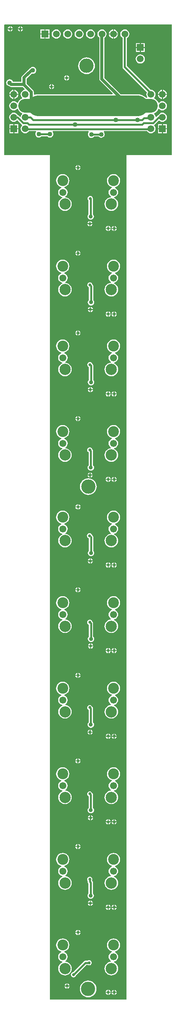
<source format=gbl>
%FSLAX25Y25*%
%MOIN*%
G70*
G01*
G75*
G04 Layer_Physical_Order=2*
G04 Layer_Color=16711680*
%ADD10R,0.03543X0.02756*%
%ADD11R,0.03150X0.03150*%
%ADD12R,0.03543X0.03150*%
%ADD13R,0.02756X0.03543*%
%ADD14R,0.03543X0.03543*%
%ADD15R,0.03150X0.03543*%
%ADD16R,0.08661X0.02756*%
%ADD17R,0.01969X0.07874*%
%ADD18C,0.02500*%
%ADD19C,0.01600*%
%ADD20C,0.01800*%
%ADD21C,0.01500*%
%ADD22C,0.05906*%
%ADD23R,0.05906X0.05906*%
%ADD24C,0.12500*%
%ADD25R,0.05906X0.05906*%
%ADD26C,0.06100*%
%ADD27C,0.04000*%
%ADD28C,0.02500*%
%ADD29C,0.03500*%
%ADD30C,0.09449*%
%ADD31C,0.09843*%
%ADD32C,0.18000*%
%ADD33C,0.12000*%
G36*
X373327Y1109154D02*
X373327Y1109154D01*
X373327Y1109153D01*
X373286Y1109055D01*
X333563D01*
Y372146D01*
X333366Y371949D01*
X266535D01*
Y1109055D01*
X226575D01*
Y1222342D01*
X226542Y1222605D01*
X227005Y1223130D01*
X373327D01*
Y1109154D01*
D02*
G37*
%LPC*%
G36*
X324951Y676175D02*
X323136D01*
Y674360D01*
X323614Y674455D01*
X324358Y674953D01*
X324856Y675697D01*
X324951Y676175D01*
D02*
G37*
G36*
X317120Y678789D02*
X316642Y678694D01*
X315898Y678197D01*
X315400Y677453D01*
X315305Y676975D01*
X317120D01*
Y678789D01*
D02*
G37*
G36*
X317920D02*
Y676975D01*
X319734D01*
X319639Y677453D01*
X319142Y678197D01*
X318398Y678694D01*
X317920Y678789D01*
D02*
G37*
G36*
X322336Y676175D02*
X320522D01*
X320617Y675697D01*
X321114Y674953D01*
X321858Y674455D01*
X322336Y674360D01*
Y676175D01*
D02*
G37*
G36*
X291458Y657201D02*
Y655387D01*
X293272D01*
X293177Y655865D01*
X292680Y656609D01*
X291935Y657106D01*
X291458Y657201D01*
D02*
G37*
G36*
X317120Y676175D02*
X315305D01*
X315400Y675697D01*
X315898Y674953D01*
X316642Y674455D01*
X317120Y674360D01*
Y676175D01*
D02*
G37*
G36*
X319734D02*
X317920D01*
Y674360D01*
X318398Y674455D01*
X319142Y674953D01*
X319639Y675697D01*
X319734Y676175D01*
D02*
G37*
G36*
X322336Y678789D02*
X321858Y678694D01*
X321114Y678197D01*
X320617Y677453D01*
X320522Y676975D01*
X322336D01*
Y678789D01*
D02*
G37*
G36*
X302565Y682825D02*
Y681010D01*
X304380D01*
X304285Y681488D01*
X303787Y682232D01*
X303043Y682730D01*
X302565Y682825D01*
D02*
G37*
G36*
X301476Y703574D02*
X300599Y703399D01*
X299854Y702902D01*
X299357Y702157D01*
X299182Y701279D01*
X299357Y700402D01*
X299854Y699657D01*
X300599Y699160D01*
X300676Y699145D01*
Y688908D01*
X300499Y688772D01*
X300059Y688198D01*
X299781Y687529D01*
X299687Y686811D01*
X299781Y686093D01*
X300059Y685424D01*
X300499Y684850D01*
X301074Y684409D01*
X301743Y684132D01*
X302461Y684037D01*
X303179Y684132D01*
X303848Y684409D01*
X304422Y684850D01*
X304863Y685424D01*
X305140Y686093D01*
X305234Y686811D01*
X305140Y687529D01*
X304863Y688198D01*
X304422Y688772D01*
X304245Y688908D01*
Y700295D01*
X304109Y700978D01*
X303722Y701557D01*
X303713Y701566D01*
X303596Y702157D01*
X303099Y702902D01*
X302354Y703399D01*
X301476Y703574D01*
D02*
G37*
G36*
X277756Y724078D02*
X276261Y723881D01*
X274869Y723305D01*
X273673Y722387D01*
X272756Y721191D01*
X272179Y719799D01*
X271982Y718304D01*
X272179Y716810D01*
X272756Y715417D01*
X273673Y714222D01*
X274869Y713304D01*
X276261Y712727D01*
X276511Y712695D01*
X276603Y712001D01*
X275860Y711693D01*
X274993Y711028D01*
X274328Y710161D01*
X273910Y709152D01*
X273767Y708068D01*
X273910Y706985D01*
X274328Y705975D01*
X274993Y705109D01*
X275860Y704444D01*
X276870Y704025D01*
X277244Y703976D01*
X277370Y703287D01*
X276419Y702779D01*
X275517Y702039D01*
X274777Y701138D01*
X274227Y700109D01*
X273889Y698993D01*
X273775Y697832D01*
X273889Y696671D01*
X274227Y695555D01*
X274777Y694526D01*
X275517Y693625D01*
X276419Y692885D01*
X277448Y692335D01*
X278564Y691996D01*
X279724Y691882D01*
X280885Y691996D01*
X282001Y692335D01*
X283030Y692885D01*
X283932Y693625D01*
X284672Y694526D01*
X285221Y695555D01*
X285560Y696671D01*
X285674Y697832D01*
X285560Y698993D01*
X285221Y700109D01*
X284672Y701138D01*
X283932Y702039D01*
X283030Y702779D01*
X282001Y703329D01*
X280885Y703668D01*
X280127Y703742D01*
X280024Y704435D01*
X280046Y704444D01*
X280912Y705109D01*
X281577Y705975D01*
X281996Y706985D01*
X282138Y708068D01*
X281996Y709152D01*
X281577Y710161D01*
X280912Y711028D01*
X280046Y711693D01*
X279348Y711982D01*
X279250Y712727D01*
X280643Y713304D01*
X281839Y714222D01*
X282756Y715417D01*
X283333Y716810D01*
X283530Y718304D01*
X283333Y719799D01*
X282756Y721191D01*
X281839Y722387D01*
X280643Y723305D01*
X279250Y723881D01*
X277756Y724078D01*
D02*
G37*
G36*
X301765Y682825D02*
X301287Y682730D01*
X300543Y682232D01*
X300046Y681488D01*
X299951Y681010D01*
X301765D01*
Y682825D01*
D02*
G37*
G36*
X323136Y678789D02*
Y676975D01*
X324951D01*
X324856Y677453D01*
X324358Y678197D01*
X323614Y678694D01*
X323136Y678789D01*
D02*
G37*
G36*
X301765Y680210D02*
X299951D01*
X300046Y679732D01*
X300543Y678988D01*
X301287Y678491D01*
X301765Y678396D01*
Y680210D01*
D02*
G37*
G36*
X304380D02*
X302565D01*
Y678396D01*
X303043Y678491D01*
X303787Y678988D01*
X304285Y679732D01*
X304380Y680210D01*
D02*
G37*
G36*
X323136Y604085D02*
Y602270D01*
X324951D01*
X324856Y602748D01*
X324358Y603492D01*
X323614Y603990D01*
X323136Y604085D01*
D02*
G37*
G36*
X301273Y605013D02*
X299459D01*
X299554Y604535D01*
X300051Y603791D01*
X300795Y603294D01*
X301273Y603199D01*
Y605013D01*
D02*
G37*
G36*
X303888D02*
X302073D01*
Y603199D01*
X302551Y603294D01*
X303295Y603791D01*
X303793Y604535D01*
X303888Y605013D01*
D02*
G37*
G36*
X322336Y604085D02*
X321858Y603990D01*
X321114Y603492D01*
X320617Y602748D01*
X320522Y602270D01*
X322336D01*
Y604085D01*
D02*
G37*
G36*
X324951Y601470D02*
X323136D01*
Y599656D01*
X323614Y599751D01*
X324358Y600248D01*
X324856Y600992D01*
X324951Y601470D01*
D02*
G37*
G36*
X317120Y604085D02*
X316642Y603990D01*
X315897Y603492D01*
X315400Y602748D01*
X315305Y602270D01*
X317120D01*
Y604085D01*
D02*
G37*
G36*
X317920D02*
Y602270D01*
X319734D01*
X319639Y602748D01*
X319142Y603492D01*
X318398Y603990D01*
X317920Y604085D01*
D02*
G37*
G36*
X301273Y607628D02*
X300795Y607533D01*
X300051Y607035D01*
X299554Y606291D01*
X299459Y605813D01*
X301273D01*
Y607628D01*
D02*
G37*
G36*
X290657Y654587D02*
X288843D01*
X288938Y654109D01*
X289435Y653365D01*
X290180Y652867D01*
X290657Y652772D01*
Y654587D01*
D02*
G37*
G36*
X293272D02*
X291458D01*
Y652772D01*
X291935Y652867D01*
X292680Y653365D01*
X293177Y654109D01*
X293272Y654587D01*
D02*
G37*
G36*
X290657Y657201D02*
X290180Y657106D01*
X289435Y656609D01*
X288938Y655865D01*
X288843Y655387D01*
X290657D01*
Y657201D01*
D02*
G37*
G36*
X322244Y649392D02*
X320750Y649195D01*
X319357Y648618D01*
X318161Y647701D01*
X317244Y646505D01*
X316667Y645112D01*
X316470Y643618D01*
X316667Y642124D01*
X317244Y640731D01*
X318161Y639535D01*
X319357Y638618D01*
X320750Y638041D01*
X320652Y637295D01*
X319954Y637006D01*
X319088Y636341D01*
X318423Y635474D01*
X318004Y634465D01*
X317862Y633382D01*
X318004Y632299D01*
X318423Y631289D01*
X319088Y630422D01*
X319954Y629757D01*
X319976Y629748D01*
X319873Y629056D01*
X319115Y628981D01*
X317999Y628643D01*
X316970Y628093D01*
X316068Y627353D01*
X315328Y626451D01*
X314779Y625422D01*
X314440Y624306D01*
X314326Y623145D01*
X314440Y621985D01*
X314779Y620869D01*
X315328Y619840D01*
X316068Y618938D01*
X316970Y618198D01*
X317999Y617649D01*
X319115Y617310D01*
X320276Y617196D01*
X321436Y617310D01*
X322552Y617649D01*
X323581Y618198D01*
X324483Y618938D01*
X325223Y619840D01*
X325773Y620869D01*
X326111Y621985D01*
X326225Y623145D01*
X326111Y624306D01*
X325773Y625422D01*
X325223Y626451D01*
X324483Y627353D01*
X323581Y628093D01*
X322630Y628601D01*
X322756Y629290D01*
X323130Y629339D01*
X324140Y629757D01*
X325007Y630422D01*
X325672Y631289D01*
X326090Y632299D01*
X326233Y633382D01*
X326090Y634465D01*
X325672Y635474D01*
X325007Y636341D01*
X324140Y637006D01*
X323397Y637314D01*
X323489Y638008D01*
X323739Y638041D01*
X325131Y638618D01*
X326327Y639535D01*
X327244Y640731D01*
X327821Y642124D01*
X328018Y643618D01*
X327821Y645112D01*
X327244Y646505D01*
X326327Y647701D01*
X325131Y648618D01*
X323739Y649195D01*
X322244Y649392D01*
D02*
G37*
G36*
X302073Y607628D02*
Y605813D01*
X303888D01*
X303793Y606291D01*
X303295Y607035D01*
X302551Y607533D01*
X302073Y607628D01*
D02*
G37*
G36*
X301378Y629164D02*
X300500Y628990D01*
X299756Y628492D01*
X299258Y627748D01*
X299084Y626870D01*
X299258Y625992D01*
X299756Y625248D01*
X300425Y624801D01*
Y613889D01*
X300401Y613871D01*
X299960Y613296D01*
X299683Y612627D01*
X299588Y611909D01*
X299683Y611192D01*
X299960Y610523D01*
X300401Y609948D01*
X300975Y609507D01*
X301644Y609230D01*
X302362Y609136D01*
X303080Y609230D01*
X303749Y609507D01*
X304324Y609948D01*
X304764Y610523D01*
X305042Y611192D01*
X305136Y611909D01*
X305042Y612627D01*
X304764Y613296D01*
X304324Y613871D01*
X304299Y613889D01*
Y625886D01*
X304152Y626627D01*
X303732Y627256D01*
X303574Y627361D01*
X303497Y627748D01*
X303000Y628492D01*
X302256Y628990D01*
X301378Y629164D01*
D02*
G37*
G36*
X277756Y649392D02*
X276261Y649195D01*
X274869Y648618D01*
X273673Y647701D01*
X272756Y646505D01*
X272179Y645112D01*
X271982Y643618D01*
X272179Y642124D01*
X272756Y640731D01*
X273673Y639535D01*
X274869Y638618D01*
X276261Y638041D01*
X276511Y638008D01*
X276603Y637314D01*
X275860Y637006D01*
X274993Y636341D01*
X274328Y635474D01*
X273910Y634465D01*
X273767Y633382D01*
X273910Y632299D01*
X274328Y631289D01*
X274993Y630422D01*
X275860Y629757D01*
X276870Y629339D01*
X277244Y629290D01*
X277370Y628601D01*
X276419Y628093D01*
X275517Y627353D01*
X274777Y626451D01*
X274227Y625422D01*
X273889Y624306D01*
X273775Y623145D01*
X273889Y621985D01*
X274227Y620869D01*
X274777Y619840D01*
X275517Y618938D01*
X276419Y618198D01*
X277448Y617649D01*
X278564Y617310D01*
X279724Y617196D01*
X280885Y617310D01*
X282001Y617649D01*
X283030Y618198D01*
X283932Y618938D01*
X284672Y619840D01*
X285221Y620869D01*
X285560Y621985D01*
X285674Y623145D01*
X285560Y624306D01*
X285221Y625422D01*
X284672Y626451D01*
X283932Y627353D01*
X283030Y628093D01*
X282001Y628643D01*
X280885Y628981D01*
X280127Y629056D01*
X280024Y629748D01*
X280046Y629757D01*
X280912Y630422D01*
X281577Y631289D01*
X281996Y632299D01*
X282138Y633382D01*
X281996Y634465D01*
X281577Y635474D01*
X280912Y636341D01*
X280046Y637006D01*
X279348Y637295D01*
X279250Y638041D01*
X280643Y638618D01*
X281839Y639535D01*
X282756Y640731D01*
X283333Y642124D01*
X283530Y643618D01*
X283333Y645112D01*
X282756Y646505D01*
X281839Y647701D01*
X280643Y648618D01*
X279250Y649195D01*
X277756Y649392D01*
D02*
G37*
G36*
X322244Y798765D02*
X320750Y798568D01*
X319357Y797991D01*
X318161Y797073D01*
X317244Y795878D01*
X316667Y794485D01*
X316470Y792991D01*
X316667Y791496D01*
X317244Y790104D01*
X318161Y788908D01*
X319357Y787990D01*
X320750Y787414D01*
X320652Y786668D01*
X319954Y786379D01*
X319088Y785714D01*
X318423Y784847D01*
X318004Y783838D01*
X317862Y782755D01*
X318004Y781671D01*
X318423Y780662D01*
X319088Y779795D01*
X319954Y779130D01*
X319976Y779121D01*
X319873Y778429D01*
X319115Y778354D01*
X317999Y778015D01*
X316970Y777465D01*
X316068Y776725D01*
X315328Y775824D01*
X314779Y774795D01*
X314440Y773679D01*
X314326Y772518D01*
X314440Y771357D01*
X314779Y770241D01*
X315328Y769213D01*
X316068Y768311D01*
X316970Y767571D01*
X317999Y767021D01*
X319115Y766683D01*
X320276Y766568D01*
X321436Y766683D01*
X322552Y767021D01*
X323581Y767571D01*
X324483Y768311D01*
X325223Y769213D01*
X325773Y770241D01*
X326111Y771357D01*
X326225Y772518D01*
X326111Y773679D01*
X325773Y774795D01*
X325223Y775824D01*
X324483Y776725D01*
X323581Y777465D01*
X322630Y777974D01*
X322756Y778662D01*
X323130Y778712D01*
X324140Y779130D01*
X325007Y779795D01*
X325672Y780662D01*
X326090Y781671D01*
X326233Y782755D01*
X326090Y783838D01*
X325672Y784847D01*
X325007Y785714D01*
X324140Y786379D01*
X323397Y786687D01*
X323489Y787381D01*
X323739Y787414D01*
X325131Y787990D01*
X326327Y788908D01*
X327244Y790104D01*
X327821Y791496D01*
X328018Y792991D01*
X327821Y794485D01*
X327244Y795878D01*
X326327Y797073D01*
X325131Y797991D01*
X323739Y798568D01*
X322244Y798765D01*
D02*
G37*
G36*
X290742Y801569D02*
X288927D01*
X289022Y801091D01*
X289520Y800346D01*
X290264Y799849D01*
X290742Y799754D01*
Y801569D01*
D02*
G37*
G36*
X293356D02*
X291542D01*
Y799754D01*
X292020Y799849D01*
X292764Y800346D01*
X293261Y801091D01*
X293356Y801569D01*
D02*
G37*
G36*
X277756Y798765D02*
X276261Y798568D01*
X274869Y797991D01*
X273673Y797073D01*
X272756Y795878D01*
X272179Y794485D01*
X271982Y792991D01*
X272179Y791496D01*
X272756Y790104D01*
X273673Y788908D01*
X274869Y787990D01*
X276261Y787414D01*
X276511Y787381D01*
X276603Y786687D01*
X275860Y786379D01*
X274993Y785714D01*
X274328Y784847D01*
X273910Y783838D01*
X273767Y782755D01*
X273910Y781671D01*
X274328Y780662D01*
X274993Y779795D01*
X275860Y779130D01*
X276870Y778712D01*
X277244Y778662D01*
X277370Y777974D01*
X276419Y777465D01*
X275517Y776725D01*
X274777Y775824D01*
X274227Y774795D01*
X273889Y773679D01*
X273775Y772518D01*
X273889Y771357D01*
X274227Y770241D01*
X274777Y769213D01*
X275517Y768311D01*
X276419Y767571D01*
X277448Y767021D01*
X278564Y766683D01*
X279724Y766568D01*
X280885Y766683D01*
X282001Y767021D01*
X283030Y767571D01*
X283932Y768311D01*
X284672Y769213D01*
X285221Y770241D01*
X285560Y771357D01*
X285674Y772518D01*
X285560Y773679D01*
X285221Y774795D01*
X284672Y775824D01*
X283932Y776725D01*
X283030Y777465D01*
X282001Y778015D01*
X280885Y778354D01*
X280127Y778429D01*
X280024Y779121D01*
X280046Y779130D01*
X280912Y779795D01*
X281577Y780662D01*
X281996Y781671D01*
X282138Y782755D01*
X281996Y783838D01*
X281577Y784847D01*
X280912Y785714D01*
X280046Y786379D01*
X279348Y786668D01*
X279250Y787414D01*
X280643Y787990D01*
X281839Y788908D01*
X282756Y790104D01*
X283333Y791496D01*
X283530Y792991D01*
X283333Y794485D01*
X282756Y795878D01*
X281839Y797073D01*
X280643Y797991D01*
X279250Y798568D01*
X277756Y798765D01*
D02*
G37*
G36*
X301470Y757037D02*
X300992Y756942D01*
X300248Y756445D01*
X299751Y755701D01*
X299656Y755223D01*
X301470D01*
Y757037D01*
D02*
G37*
G36*
X302270D02*
Y755223D01*
X304085D01*
X303990Y755701D01*
X303492Y756445D01*
X302748Y756942D01*
X302270Y757037D01*
D02*
G37*
G36*
X301279Y779066D02*
X300402Y778891D01*
X299657Y778394D01*
X299160Y777650D01*
X298985Y776772D01*
X299160Y775894D01*
X299657Y775149D01*
X300402Y774652D01*
X300523Y774628D01*
Y763594D01*
X300499Y763576D01*
X300059Y763001D01*
X299781Y762332D01*
X299687Y761614D01*
X299781Y760896D01*
X300059Y760227D01*
X300499Y759653D01*
X301074Y759212D01*
X301743Y758935D01*
X302461Y758840D01*
X303179Y758935D01*
X303848Y759212D01*
X304422Y759653D01*
X304863Y760227D01*
X305140Y760896D01*
X305234Y761614D01*
X305140Y762332D01*
X304863Y763001D01*
X304422Y763576D01*
X304398Y763594D01*
Y775591D01*
X304250Y776332D01*
X303831Y776960D01*
X303491Y777187D01*
X303399Y777650D01*
X302902Y778394D01*
X302157Y778891D01*
X301279Y779066D01*
D02*
G37*
G36*
X290742Y804183D02*
X290264Y804088D01*
X289520Y803591D01*
X289022Y802846D01*
X288927Y802369D01*
X290742D01*
Y804183D01*
D02*
G37*
G36*
X322336Y825584D02*
X320522D01*
X320617Y825106D01*
X321114Y824362D01*
X321858Y823865D01*
X322336Y823770D01*
Y825584D01*
D02*
G37*
G36*
X324951D02*
X323136D01*
Y823770D01*
X323614Y823865D01*
X324358Y824362D01*
X324856Y825106D01*
X324951Y825584D01*
D02*
G37*
G36*
X317120Y828199D02*
X316642Y828104D01*
X315897Y827606D01*
X315400Y826862D01*
X315305Y826384D01*
X317120D01*
Y828199D01*
D02*
G37*
G36*
X319734Y825584D02*
X317920D01*
Y823770D01*
X318398Y823865D01*
X319142Y824362D01*
X319639Y825106D01*
X319734Y825584D01*
D02*
G37*
G36*
X291542Y804183D02*
Y802369D01*
X293356D01*
X293261Y802846D01*
X292764Y803591D01*
X292020Y804088D01*
X291542Y804183D01*
D02*
G37*
G36*
X300098Y826970D02*
X298677Y826830D01*
X297310Y826416D01*
X296051Y825742D01*
X294947Y824836D01*
X294041Y823732D01*
X293368Y822473D01*
X292953Y821106D01*
X292813Y819685D01*
X292953Y818264D01*
X293368Y816897D01*
X294041Y815638D01*
X294947Y814534D01*
X296051Y813628D01*
X297310Y812955D01*
X298677Y812540D01*
X300098Y812400D01*
X301520Y812540D01*
X302886Y812955D01*
X304146Y813628D01*
X305250Y814534D01*
X306156Y815638D01*
X306829Y816897D01*
X307243Y818264D01*
X307383Y819685D01*
X307243Y821106D01*
X306829Y822473D01*
X306156Y823732D01*
X305250Y824836D01*
X304146Y825742D01*
X302886Y826416D01*
X301520Y826830D01*
X300098Y826970D01*
D02*
G37*
G36*
X317120Y825584D02*
X315305D01*
X315400Y825106D01*
X315897Y824362D01*
X316642Y823865D01*
X317120Y823770D01*
Y825584D01*
D02*
G37*
G36*
X291458Y731888D02*
Y730073D01*
X293272D01*
X293177Y730551D01*
X292680Y731295D01*
X291935Y731793D01*
X291458Y731888D01*
D02*
G37*
G36*
X317120Y750880D02*
X315305D01*
X315400Y750402D01*
X315898Y749657D01*
X316642Y749160D01*
X317120Y749065D01*
Y750880D01*
D02*
G37*
G36*
X319734D02*
X317920D01*
Y749065D01*
X318398Y749160D01*
X319142Y749657D01*
X319639Y750402D01*
X319734Y750880D01*
D02*
G37*
G36*
X290657Y731888D02*
X290180Y731793D01*
X289435Y731295D01*
X288938Y730551D01*
X288843Y730073D01*
X290657D01*
Y731888D01*
D02*
G37*
G36*
X322244Y724078D02*
X320750Y723881D01*
X319357Y723305D01*
X318161Y722387D01*
X317244Y721191D01*
X316667Y719799D01*
X316470Y718304D01*
X316667Y716810D01*
X317244Y715417D01*
X318161Y714222D01*
X319357Y713304D01*
X320750Y712727D01*
X320652Y711982D01*
X319954Y711693D01*
X319088Y711028D01*
X318423Y710161D01*
X318004Y709152D01*
X317862Y708068D01*
X318004Y706985D01*
X318423Y705975D01*
X319088Y705109D01*
X319954Y704444D01*
X319976Y704435D01*
X319873Y703742D01*
X319115Y703668D01*
X317999Y703329D01*
X316970Y702779D01*
X316068Y702039D01*
X315328Y701138D01*
X314779Y700109D01*
X314440Y698993D01*
X314326Y697832D01*
X314440Y696671D01*
X314779Y695555D01*
X315328Y694526D01*
X316068Y693625D01*
X316970Y692885D01*
X317999Y692335D01*
X319115Y691996D01*
X320276Y691882D01*
X321436Y691996D01*
X322552Y692335D01*
X323581Y692885D01*
X324483Y693625D01*
X325223Y694526D01*
X325773Y695555D01*
X326111Y696671D01*
X326225Y697832D01*
X326111Y698993D01*
X325773Y700109D01*
X325223Y701138D01*
X324483Y702039D01*
X323581Y702779D01*
X322630Y703287D01*
X322756Y703976D01*
X323130Y704025D01*
X324140Y704444D01*
X325007Y705109D01*
X325672Y705975D01*
X326090Y706985D01*
X326233Y708068D01*
X326090Y709152D01*
X325672Y710161D01*
X325007Y711028D01*
X324140Y711693D01*
X323397Y712001D01*
X323489Y712695D01*
X323739Y712727D01*
X325131Y713304D01*
X326327Y714222D01*
X327244Y715417D01*
X327821Y716810D01*
X328018Y718304D01*
X327821Y719799D01*
X327244Y721191D01*
X326327Y722387D01*
X325131Y723305D01*
X323739Y723881D01*
X322244Y724078D01*
D02*
G37*
G36*
X290657Y729273D02*
X288843D01*
X288938Y728795D01*
X289435Y728051D01*
X290180Y727554D01*
X290657Y727459D01*
Y729273D01*
D02*
G37*
G36*
X293272D02*
X291458D01*
Y727459D01*
X291935Y727554D01*
X292680Y728051D01*
X293177Y728795D01*
X293272Y729273D01*
D02*
G37*
G36*
X322336Y750880D02*
X320522D01*
X320617Y750402D01*
X321114Y749657D01*
X321858Y749160D01*
X322336Y749065D01*
Y750880D01*
D02*
G37*
G36*
X323136Y753494D02*
Y751680D01*
X324951D01*
X324856Y752157D01*
X324358Y752902D01*
X323614Y753399D01*
X323136Y753494D01*
D02*
G37*
G36*
X301470Y754423D02*
X299656D01*
X299751Y753945D01*
X300248Y753201D01*
X300992Y752703D01*
X301470Y752608D01*
Y754423D01*
D02*
G37*
G36*
X304085D02*
X302270D01*
Y752608D01*
X302748Y752703D01*
X303492Y753201D01*
X303990Y753945D01*
X304085Y754423D01*
D02*
G37*
G36*
X322336Y753494D02*
X321858Y753399D01*
X321114Y752902D01*
X320617Y752157D01*
X320522Y751680D01*
X322336D01*
Y753494D01*
D02*
G37*
G36*
X324951Y750880D02*
X323136D01*
Y749065D01*
X323614Y749160D01*
X324358Y749657D01*
X324856Y750402D01*
X324951Y750880D01*
D02*
G37*
G36*
X317120Y753494D02*
X316642Y753399D01*
X315898Y752902D01*
X315400Y752157D01*
X315305Y751680D01*
X317120D01*
Y753494D01*
D02*
G37*
G36*
X317920D02*
Y751680D01*
X319734D01*
X319639Y752157D01*
X319142Y752902D01*
X318398Y753399D01*
X317920Y753494D01*
D02*
G37*
G36*
X322336Y601470D02*
X320522D01*
X320617Y600992D01*
X321114Y600248D01*
X321858Y599751D01*
X322336Y599656D01*
Y601470D01*
D02*
G37*
G36*
X291542Y432825D02*
Y431010D01*
X293356D01*
X293261Y431488D01*
X292764Y432232D01*
X292020Y432730D01*
X291542Y432825D01*
D02*
G37*
G36*
X317120Y452159D02*
X315305D01*
X315400Y451681D01*
X315897Y450937D01*
X316642Y450440D01*
X317120Y450345D01*
Y452159D01*
D02*
G37*
G36*
X319734D02*
X317920D01*
Y450345D01*
X318398Y450440D01*
X319142Y450937D01*
X319639Y451681D01*
X319734Y452159D01*
D02*
G37*
G36*
X290742Y432825D02*
X290264Y432730D01*
X289520Y432232D01*
X289022Y431488D01*
X288927Y431010D01*
X290742D01*
Y432825D01*
D02*
G37*
G36*
X300886Y406428D02*
X300008Y406253D01*
X299583Y405969D01*
X297638D01*
X297052Y405853D01*
X296936Y405829D01*
X296340Y405432D01*
X286828Y395920D01*
X286327Y395820D01*
X285583Y395323D01*
X285085Y394579D01*
X284911Y393701D01*
X285085Y392823D01*
X285583Y392079D01*
X286327Y391581D01*
X287205Y391407D01*
X288083Y391581D01*
X288827Y392079D01*
X289324Y392823D01*
X289424Y393325D01*
X298398Y402299D01*
X299583D01*
X300008Y402014D01*
X300886Y401840D01*
X301764Y402014D01*
X302508Y402512D01*
X303005Y403256D01*
X303180Y404134D01*
X303005Y405012D01*
X302508Y405756D01*
X301764Y406253D01*
X300886Y406428D01*
D02*
G37*
G36*
X290742Y430210D02*
X288927D01*
X289022Y429732D01*
X289520Y428988D01*
X290264Y428491D01*
X290742Y428396D01*
Y430210D01*
D02*
G37*
G36*
X293356D02*
X291542D01*
Y428396D01*
X292020Y428491D01*
X292764Y428988D01*
X293261Y429732D01*
X293356Y430210D01*
D02*
G37*
G36*
X322336Y452159D02*
X320522D01*
X320617Y451681D01*
X321114Y450937D01*
X321858Y450440D01*
X322336Y450345D01*
Y452159D01*
D02*
G37*
G36*
X323136Y454774D02*
Y452959D01*
X324951D01*
X324856Y453437D01*
X324358Y454181D01*
X323614Y454678D01*
X323136Y454774D01*
D02*
G37*
G36*
X301569Y455702D02*
X299754D01*
X299849Y455224D01*
X300346Y454480D01*
X301091Y453983D01*
X301569Y453888D01*
Y455702D01*
D02*
G37*
G36*
X304183D02*
X302368D01*
Y453888D01*
X302846Y453983D01*
X303591Y454480D01*
X304088Y455224D01*
X304183Y455702D01*
D02*
G37*
G36*
X322336Y454774D02*
X321858Y454678D01*
X321114Y454181D01*
X320617Y453437D01*
X320522Y452959D01*
X322336D01*
Y454774D01*
D02*
G37*
G36*
X324951Y452159D02*
X323136D01*
Y450345D01*
X323614Y450440D01*
X324358Y450937D01*
X324856Y451681D01*
X324951Y452159D01*
D02*
G37*
G36*
X317120Y454774D02*
X316642Y454678D01*
X315897Y454181D01*
X315400Y453437D01*
X315305Y452959D01*
X317120D01*
Y454774D01*
D02*
G37*
G36*
X317920D02*
Y452959D01*
X319734D01*
X319639Y453437D01*
X319142Y454181D01*
X318398Y454678D01*
X317920Y454774D01*
D02*
G37*
G36*
X324951Y377947D02*
X323136D01*
Y376132D01*
X323614Y376227D01*
X324358Y376725D01*
X324856Y377469D01*
X324951Y377947D01*
D02*
G37*
G36*
X317120Y380561D02*
X316642Y380466D01*
X315897Y379969D01*
X315400Y379225D01*
X315305Y378747D01*
X317120D01*
Y380561D01*
D02*
G37*
G36*
X317920D02*
Y378747D01*
X319734D01*
X319639Y379225D01*
X319142Y379969D01*
X318398Y380466D01*
X317920Y380561D01*
D02*
G37*
G36*
X322336Y377947D02*
X320522D01*
X320617Y377469D01*
X321114Y376725D01*
X321858Y376227D01*
X322336Y376132D01*
Y377947D01*
D02*
G37*
G36*
X300000Y388584D02*
X298579Y388444D01*
X297212Y388030D01*
X295953Y387356D01*
X294849Y386451D01*
X293943Y385347D01*
X293269Y384087D01*
X292855Y382720D01*
X292715Y381299D01*
X292855Y379878D01*
X293269Y378511D01*
X293943Y377252D01*
X294849Y376148D01*
X295953Y375242D01*
X297212Y374569D01*
X298579Y374154D01*
X300000Y374014D01*
X301421Y374154D01*
X302788Y374569D01*
X304047Y375242D01*
X305151Y376148D01*
X306057Y377252D01*
X306731Y378511D01*
X307145Y379878D01*
X307285Y381299D01*
X307145Y382720D01*
X306731Y384087D01*
X306057Y385347D01*
X305151Y386451D01*
X304047Y387356D01*
X302788Y388030D01*
X301421Y388444D01*
X300000Y388584D01*
D02*
G37*
G36*
X317120Y377947D02*
X315305D01*
X315400Y377469D01*
X315897Y376725D01*
X316642Y376227D01*
X317120Y376132D01*
Y377947D01*
D02*
G37*
G36*
X319734D02*
X317920D01*
Y376132D01*
X318398Y376227D01*
X319142Y376725D01*
X319639Y377469D01*
X319734Y377947D01*
D02*
G37*
G36*
X322336Y380561D02*
X321858Y380466D01*
X321114Y379969D01*
X320617Y379225D01*
X320522Y378747D01*
X322336D01*
Y380561D01*
D02*
G37*
G36*
X281896Y386073D02*
Y384258D01*
X283711D01*
X283615Y384736D01*
X283118Y385480D01*
X282374Y385978D01*
X281896Y386073D01*
D02*
G37*
G36*
X277756Y425333D02*
X276261Y425136D01*
X274869Y424559D01*
X273673Y423642D01*
X272756Y422446D01*
X272179Y421053D01*
X271982Y419559D01*
X272179Y418065D01*
X272756Y416672D01*
X273673Y415476D01*
X274869Y414559D01*
X276261Y413982D01*
X276511Y413949D01*
X276603Y413255D01*
X275860Y412948D01*
X274993Y412282D01*
X274328Y411415D01*
X273910Y410406D01*
X273767Y409323D01*
X273910Y408240D01*
X274328Y407230D01*
X274993Y406363D01*
X275860Y405698D01*
X276870Y405280D01*
X277244Y405231D01*
X277370Y404542D01*
X276419Y404034D01*
X275517Y403294D01*
X274777Y402392D01*
X274227Y401364D01*
X273889Y400247D01*
X273775Y399087D01*
X273889Y397926D01*
X274227Y396810D01*
X274777Y395781D01*
X275517Y394879D01*
X276419Y394139D01*
X277448Y393590D01*
X278564Y393251D01*
X279724Y393137D01*
X280885Y393251D01*
X282001Y393590D01*
X283030Y394139D01*
X283932Y394879D01*
X284672Y395781D01*
X285221Y396810D01*
X285560Y397926D01*
X285674Y399087D01*
X285560Y400247D01*
X285221Y401364D01*
X284672Y402392D01*
X283932Y403294D01*
X283030Y404034D01*
X282001Y404584D01*
X280885Y404922D01*
X280127Y404997D01*
X280024Y405689D01*
X280046Y405698D01*
X280912Y406363D01*
X281577Y407230D01*
X281996Y408240D01*
X282138Y409323D01*
X281996Y410406D01*
X281577Y411415D01*
X280912Y412282D01*
X280046Y412948D01*
X279348Y413236D01*
X279250Y413982D01*
X280643Y414559D01*
X281839Y415476D01*
X282756Y416672D01*
X283333Y418065D01*
X283530Y419559D01*
X283333Y421053D01*
X282756Y422446D01*
X281839Y423642D01*
X280643Y424559D01*
X279250Y425136D01*
X277756Y425333D01*
D02*
G37*
G36*
X322244D02*
X320750Y425136D01*
X319357Y424559D01*
X318161Y423642D01*
X317244Y422446D01*
X316667Y421053D01*
X316470Y419559D01*
X316667Y418065D01*
X317244Y416672D01*
X318161Y415476D01*
X319357Y414559D01*
X320750Y413982D01*
X320652Y413236D01*
X319954Y412948D01*
X319088Y412282D01*
X318423Y411415D01*
X318004Y410406D01*
X317862Y409323D01*
X318004Y408240D01*
X318423Y407230D01*
X319088Y406363D01*
X319954Y405698D01*
X319976Y405689D01*
X319873Y404997D01*
X319115Y404922D01*
X317999Y404584D01*
X316970Y404034D01*
X316068Y403294D01*
X315328Y402392D01*
X314779Y401364D01*
X314440Y400247D01*
X314326Y399087D01*
X314440Y397926D01*
X314779Y396810D01*
X315328Y395781D01*
X316068Y394879D01*
X316970Y394139D01*
X317999Y393590D01*
X319115Y393251D01*
X320276Y393137D01*
X321436Y393251D01*
X322552Y393590D01*
X323581Y394139D01*
X324483Y394879D01*
X325223Y395781D01*
X325773Y396810D01*
X326111Y397926D01*
X326225Y399087D01*
X326111Y400247D01*
X325773Y401364D01*
X325223Y402392D01*
X324483Y403294D01*
X323581Y404034D01*
X322630Y404542D01*
X322756Y405231D01*
X323130Y405280D01*
X324140Y405698D01*
X325007Y406363D01*
X325672Y407230D01*
X326090Y408240D01*
X326233Y409323D01*
X326090Y410406D01*
X325672Y411415D01*
X325007Y412282D01*
X324140Y412948D01*
X323397Y413255D01*
X323489Y413949D01*
X323739Y413982D01*
X325131Y414559D01*
X326327Y415476D01*
X327244Y416672D01*
X327821Y418065D01*
X328018Y419559D01*
X327821Y421053D01*
X327244Y422446D01*
X326327Y423642D01*
X325131Y424559D01*
X323739Y425136D01*
X322244Y425333D01*
D02*
G37*
G36*
X281096Y386073D02*
X280618Y385978D01*
X279874Y385480D01*
X279377Y384736D01*
X279282Y384258D01*
X281096D01*
Y386073D01*
D02*
G37*
G36*
X323136Y380561D02*
Y378747D01*
X324951D01*
X324856Y379225D01*
X324358Y379969D01*
X323614Y380466D01*
X323136Y380561D01*
D02*
G37*
G36*
X281096Y383458D02*
X279282D01*
X279377Y382980D01*
X279874Y382236D01*
X280618Y381739D01*
X281096Y381644D01*
Y383458D01*
D02*
G37*
G36*
X283711D02*
X281896D01*
Y381644D01*
X282374Y381739D01*
X283118Y382236D01*
X283615Y382980D01*
X283711Y383458D01*
D02*
G37*
G36*
X301667Y532923D02*
X301189Y532828D01*
X300445Y532331D01*
X299948Y531587D01*
X299852Y531109D01*
X301667D01*
Y532923D01*
D02*
G37*
G36*
X302467D02*
Y531109D01*
X304281D01*
X304186Y531587D01*
X303689Y532331D01*
X302945Y532828D01*
X302467Y532923D01*
D02*
G37*
G36*
X301393Y553797D02*
X300515Y553623D01*
X299770Y553125D01*
X299273Y552381D01*
X299099Y551503D01*
X299273Y550625D01*
X299770Y549881D01*
X300425Y549444D01*
Y539283D01*
X300401Y539264D01*
X299960Y538690D01*
X299683Y538021D01*
X299588Y537303D01*
X299683Y536585D01*
X299960Y535916D01*
X300401Y535342D01*
X300975Y534901D01*
X301644Y534624D01*
X302362Y534529D01*
X303080Y534624D01*
X303749Y534901D01*
X304324Y535342D01*
X304764Y535916D01*
X305042Y536585D01*
X305136Y537303D01*
X305042Y538021D01*
X304764Y538690D01*
X304324Y539264D01*
X304299Y539283D01*
Y550534D01*
X304152Y551275D01*
X303732Y551903D01*
X303588Y552000D01*
X303512Y552381D01*
X303015Y553125D01*
X302271Y553623D01*
X301393Y553797D01*
D02*
G37*
G36*
X304281Y530309D02*
X302467D01*
Y528494D01*
X302945Y528589D01*
X303689Y529086D01*
X304186Y529831D01*
X304281Y530309D01*
D02*
G37*
G36*
X322336Y529380D02*
X321858Y529285D01*
X321114Y528788D01*
X320617Y528043D01*
X320522Y527565D01*
X322336D01*
Y529380D01*
D02*
G37*
G36*
X323136D02*
Y527565D01*
X324951D01*
X324856Y528043D01*
X324358Y528788D01*
X323614Y529285D01*
X323136Y529380D01*
D02*
G37*
G36*
X301667Y530309D02*
X299852D01*
X299948Y529831D01*
X300445Y529086D01*
X301189Y528589D01*
X301667Y528494D01*
Y530309D01*
D02*
G37*
G36*
X277756Y574706D02*
X276261Y574509D01*
X274869Y573932D01*
X273673Y573014D01*
X272756Y571819D01*
X272179Y570426D01*
X271982Y568932D01*
X272179Y567437D01*
X272756Y566045D01*
X273673Y564849D01*
X274869Y563932D01*
X276261Y563355D01*
X276511Y563322D01*
X276603Y562628D01*
X275860Y562320D01*
X274993Y561655D01*
X274328Y560788D01*
X273910Y559779D01*
X273767Y558696D01*
X273910Y557612D01*
X274328Y556603D01*
X274993Y555736D01*
X275860Y555071D01*
X276870Y554653D01*
X277244Y554603D01*
X277370Y553915D01*
X276419Y553406D01*
X275517Y552667D01*
X274777Y551765D01*
X274227Y550736D01*
X273889Y549620D01*
X273775Y548459D01*
X273889Y547298D01*
X274227Y546182D01*
X274777Y545154D01*
X275517Y544252D01*
X276419Y543512D01*
X277448Y542962D01*
X278564Y542624D01*
X279724Y542509D01*
X280885Y542624D01*
X282001Y542962D01*
X283030Y543512D01*
X283932Y544252D01*
X284672Y545154D01*
X285221Y546182D01*
X285560Y547298D01*
X285674Y548459D01*
X285560Y549620D01*
X285221Y550736D01*
X284672Y551765D01*
X283932Y552667D01*
X283030Y553406D01*
X282001Y553956D01*
X280885Y554295D01*
X280127Y554370D01*
X280024Y555062D01*
X280046Y555071D01*
X280912Y555736D01*
X281577Y556603D01*
X281996Y557612D01*
X282138Y558696D01*
X281996Y559779D01*
X281577Y560788D01*
X280912Y561655D01*
X280046Y562320D01*
X279348Y562609D01*
X279250Y563355D01*
X280643Y563932D01*
X281839Y564849D01*
X282756Y566045D01*
X283333Y567437D01*
X283530Y568932D01*
X283333Y570426D01*
X282756Y571819D01*
X281839Y573014D01*
X280643Y573932D01*
X279250Y574509D01*
X277756Y574706D01*
D02*
G37*
G36*
X291458Y582515D02*
Y580700D01*
X293272D01*
X293177Y581178D01*
X292680Y581923D01*
X291935Y582420D01*
X291458Y582515D01*
D02*
G37*
G36*
X317120Y601470D02*
X315305D01*
X315400Y600992D01*
X315897Y600248D01*
X316642Y599751D01*
X317120Y599656D01*
Y601470D01*
D02*
G37*
G36*
X319734D02*
X317920D01*
Y599656D01*
X318398Y599751D01*
X319142Y600248D01*
X319639Y600992D01*
X319734Y601470D01*
D02*
G37*
G36*
X290657Y582515D02*
X290180Y582420D01*
X289435Y581923D01*
X288938Y581178D01*
X288843Y580700D01*
X290657D01*
Y582515D01*
D02*
G37*
G36*
X322244Y574706D02*
X320750Y574509D01*
X319357Y573932D01*
X318161Y573014D01*
X317244Y571819D01*
X316667Y570426D01*
X316470Y568932D01*
X316667Y567437D01*
X317244Y566045D01*
X318161Y564849D01*
X319357Y563932D01*
X320750Y563355D01*
X320652Y562609D01*
X319954Y562320D01*
X319088Y561655D01*
X318423Y560788D01*
X318004Y559779D01*
X317862Y558696D01*
X318004Y557612D01*
X318423Y556603D01*
X319088Y555736D01*
X319954Y555071D01*
X319976Y555062D01*
X319873Y554370D01*
X319115Y554295D01*
X317999Y553956D01*
X316970Y553406D01*
X316068Y552667D01*
X315328Y551765D01*
X314779Y550736D01*
X314440Y549620D01*
X314326Y548459D01*
X314440Y547298D01*
X314779Y546182D01*
X315328Y545154D01*
X316068Y544252D01*
X316970Y543512D01*
X317999Y542962D01*
X319115Y542624D01*
X320276Y542509D01*
X321436Y542624D01*
X322552Y542962D01*
X323581Y543512D01*
X324483Y544252D01*
X325223Y545154D01*
X325773Y546182D01*
X326111Y547298D01*
X326225Y548459D01*
X326111Y549620D01*
X325773Y550736D01*
X325223Y551765D01*
X324483Y552667D01*
X323581Y553406D01*
X322630Y553915D01*
X322756Y554603D01*
X323130Y554653D01*
X324140Y555071D01*
X325007Y555736D01*
X325672Y556603D01*
X326090Y557612D01*
X326233Y558696D01*
X326090Y559779D01*
X325672Y560788D01*
X325007Y561655D01*
X324140Y562320D01*
X323397Y562628D01*
X323489Y563322D01*
X323739Y563355D01*
X325131Y563932D01*
X326327Y564849D01*
X327244Y566045D01*
X327821Y567437D01*
X328018Y568932D01*
X327821Y570426D01*
X327244Y571819D01*
X326327Y573014D01*
X325131Y573932D01*
X323739Y574509D01*
X322244Y574706D01*
D02*
G37*
G36*
X290657Y579900D02*
X288843D01*
X288938Y579423D01*
X289435Y578678D01*
X290180Y578181D01*
X290657Y578086D01*
Y579900D01*
D02*
G37*
G36*
X293272D02*
X291458D01*
Y578086D01*
X291935Y578181D01*
X292680Y578678D01*
X293177Y579423D01*
X293272Y579900D01*
D02*
G37*
G36*
X322244Y500019D02*
X320750Y499822D01*
X319357Y499246D01*
X318161Y498328D01*
X317244Y497132D01*
X316667Y495740D01*
X316470Y494245D01*
X316667Y492751D01*
X317244Y491358D01*
X318161Y490163D01*
X319357Y489245D01*
X320750Y488668D01*
X320652Y487922D01*
X319954Y487634D01*
X319088Y486969D01*
X318423Y486102D01*
X318004Y485092D01*
X317862Y484009D01*
X318004Y482926D01*
X318423Y481916D01*
X319088Y481049D01*
X319954Y480384D01*
X319976Y480376D01*
X319873Y479683D01*
X319115Y479608D01*
X317999Y479270D01*
X316970Y478720D01*
X316068Y477980D01*
X315328Y477078D01*
X314779Y476050D01*
X314440Y474934D01*
X314326Y473773D01*
X314440Y472612D01*
X314779Y471496D01*
X315328Y470467D01*
X316068Y469566D01*
X316970Y468826D01*
X317999Y468276D01*
X319115Y467937D01*
X320276Y467823D01*
X321436Y467937D01*
X322552Y468276D01*
X323581Y468826D01*
X324483Y469566D01*
X325223Y470467D01*
X325773Y471496D01*
X326111Y472612D01*
X326225Y473773D01*
X326111Y474934D01*
X325773Y476050D01*
X325223Y477078D01*
X324483Y477980D01*
X323581Y478720D01*
X322630Y479228D01*
X322756Y479917D01*
X323130Y479966D01*
X324140Y480384D01*
X325007Y481049D01*
X325672Y481916D01*
X326090Y482926D01*
X326233Y484009D01*
X326090Y485092D01*
X325672Y486102D01*
X325007Y486969D01*
X324140Y487634D01*
X323397Y487941D01*
X323489Y488635D01*
X323739Y488668D01*
X325131Y489245D01*
X326327Y490163D01*
X327244Y491358D01*
X327821Y492751D01*
X328018Y494245D01*
X327821Y495740D01*
X327244Y497132D01*
X326327Y498328D01*
X325131Y499246D01*
X323739Y499822D01*
X322244Y500019D01*
D02*
G37*
G36*
X290657Y505214D02*
X288843D01*
X288938Y504736D01*
X289435Y503992D01*
X290180Y503495D01*
X290657Y503400D01*
Y505214D01*
D02*
G37*
G36*
X293272D02*
X291458D01*
Y503400D01*
X291935Y503495D01*
X292680Y503992D01*
X293177Y504736D01*
X293272Y505214D01*
D02*
G37*
G36*
X277756Y500019D02*
X276261Y499822D01*
X274869Y499246D01*
X273673Y498328D01*
X272756Y497132D01*
X272179Y495740D01*
X271982Y494245D01*
X272179Y492751D01*
X272756Y491358D01*
X273673Y490163D01*
X274869Y489245D01*
X276261Y488668D01*
X276511Y488635D01*
X276603Y487941D01*
X275860Y487634D01*
X274993Y486969D01*
X274328Y486102D01*
X273910Y485092D01*
X273767Y484009D01*
X273910Y482926D01*
X274328Y481916D01*
X274993Y481049D01*
X275860Y480384D01*
X276870Y479966D01*
X277244Y479917D01*
X277370Y479228D01*
X276419Y478720D01*
X275517Y477980D01*
X274777Y477078D01*
X274227Y476050D01*
X273889Y474934D01*
X273775Y473773D01*
X273889Y472612D01*
X274227Y471496D01*
X274777Y470467D01*
X275517Y469566D01*
X276419Y468826D01*
X277448Y468276D01*
X278564Y467937D01*
X279724Y467823D01*
X280885Y467937D01*
X282001Y468276D01*
X283030Y468826D01*
X283932Y469566D01*
X284672Y470467D01*
X285221Y471496D01*
X285560Y472612D01*
X285674Y473773D01*
X285560Y474934D01*
X285221Y476050D01*
X284672Y477078D01*
X283932Y477980D01*
X283030Y478720D01*
X282001Y479270D01*
X280885Y479608D01*
X280127Y479683D01*
X280024Y480376D01*
X280046Y480384D01*
X280912Y481049D01*
X281577Y481916D01*
X281996Y482926D01*
X282138Y484009D01*
X281996Y485092D01*
X281577Y486102D01*
X280912Y486969D01*
X280046Y487634D01*
X279348Y487922D01*
X279250Y488668D01*
X280643Y489245D01*
X281839Y490163D01*
X282756Y491358D01*
X283333Y492751D01*
X283530Y494245D01*
X283333Y495740D01*
X282756Y497132D01*
X281839Y498328D01*
X280643Y499246D01*
X279250Y499822D01*
X277756Y500019D01*
D02*
G37*
G36*
X301569Y458317D02*
X301091Y458222D01*
X300346Y457725D01*
X299849Y456980D01*
X299754Y456502D01*
X301569D01*
Y458317D01*
D02*
G37*
G36*
X302368D02*
Y456502D01*
X304183D01*
X304088Y456980D01*
X303591Y457725D01*
X302846Y458222D01*
X302368Y458317D01*
D02*
G37*
G36*
X301393Y479187D02*
X300515Y479013D01*
X299770Y478515D01*
X299273Y477771D01*
X299099Y476893D01*
X299273Y476015D01*
X299455Y475743D01*
Y474985D01*
X299603Y474244D01*
X300023Y473616D01*
X300327Y473312D01*
Y464677D01*
X300303Y464658D01*
X299862Y464084D01*
X299585Y463415D01*
X299490Y462697D01*
X299585Y461979D01*
X299862Y461310D01*
X300303Y460736D01*
X300877Y460295D01*
X301546Y460018D01*
X302264Y459923D01*
X302982Y460018D01*
X303651Y460295D01*
X304225Y460736D01*
X304666Y461310D01*
X304943Y461979D01*
X305038Y462697D01*
X304943Y463415D01*
X304666Y464084D01*
X304225Y464658D01*
X304201Y464677D01*
Y474114D01*
X304054Y474856D01*
X303634Y475484D01*
X303348Y475770D01*
X303512Y476015D01*
X303687Y476893D01*
X303512Y477771D01*
X303015Y478515D01*
X302271Y479013D01*
X301393Y479187D01*
D02*
G37*
G36*
X290657Y507829D02*
X290180Y507733D01*
X289435Y507236D01*
X288938Y506492D01*
X288843Y506014D01*
X290657D01*
Y507829D01*
D02*
G37*
G36*
X324951Y526765D02*
X323136D01*
Y524951D01*
X323614Y525046D01*
X324358Y525543D01*
X324856Y526288D01*
X324951Y526765D01*
D02*
G37*
G36*
X317120Y529380D02*
X316642Y529285D01*
X315898Y528788D01*
X315400Y528043D01*
X315305Y527565D01*
X317120D01*
Y529380D01*
D02*
G37*
G36*
X317920D02*
Y527565D01*
X319734D01*
X319639Y528043D01*
X319142Y528788D01*
X318398Y529285D01*
X317920Y529380D01*
D02*
G37*
G36*
X322336Y526765D02*
X320522D01*
X320617Y526288D01*
X321114Y525543D01*
X321858Y525046D01*
X322336Y524951D01*
Y526765D01*
D02*
G37*
G36*
X291458Y507829D02*
Y506014D01*
X293272D01*
X293177Y506492D01*
X292680Y507236D01*
X291935Y507733D01*
X291458Y507829D01*
D02*
G37*
G36*
X317120Y526765D02*
X315305D01*
X315400Y526288D01*
X315898Y525543D01*
X316642Y525046D01*
X317120Y524951D01*
Y526765D01*
D02*
G37*
G36*
X319734D02*
X317920D01*
Y524951D01*
X318398Y525046D01*
X319142Y525543D01*
X319639Y526288D01*
X319734Y526765D01*
D02*
G37*
G36*
X238934Y1161600D02*
X235400D01*
Y1158066D01*
X236032Y1158149D01*
X236993Y1158547D01*
X237819Y1159181D01*
X238453Y1160007D01*
X238851Y1160968D01*
X238934Y1161600D01*
D02*
G37*
G36*
X364600D02*
X361066D01*
X361149Y1160968D01*
X361547Y1160007D01*
X362181Y1159181D01*
X363007Y1158547D01*
X363968Y1158149D01*
X364600Y1158066D01*
Y1161600D01*
D02*
G37*
G36*
X368934D02*
X365400D01*
Y1158066D01*
X366032Y1158149D01*
X366993Y1158547D01*
X367819Y1159181D01*
X368453Y1160007D01*
X368851Y1160968D01*
X368934Y1161600D01*
D02*
G37*
G36*
X234600D02*
X231066D01*
X231149Y1160968D01*
X231547Y1160007D01*
X232181Y1159181D01*
X233007Y1158547D01*
X233968Y1158149D01*
X234600Y1158066D01*
Y1161600D01*
D02*
G37*
G36*
X238953Y1135953D02*
X235400D01*
Y1132400D01*
X238953D01*
Y1135953D01*
D02*
G37*
G36*
X364600D02*
X361047D01*
Y1132400D01*
X364600D01*
Y1135953D01*
D02*
G37*
G36*
X368953D02*
X365400D01*
Y1132400D01*
X368953D01*
Y1135953D01*
D02*
G37*
G36*
X332106Y1218652D02*
X331074Y1218516D01*
X330113Y1218118D01*
X329287Y1217484D01*
X328654Y1216659D01*
X328255Y1215697D01*
X328119Y1214665D01*
X328255Y1213634D01*
X328654Y1212672D01*
X329287Y1211846D01*
X330071Y1211245D01*
Y1185905D01*
X330071Y1185905D01*
X330071D01*
X330218Y1185164D01*
X330638Y1184536D01*
X351440Y1163734D01*
X351149Y1163032D01*
X351013Y1162000D01*
X351149Y1160968D01*
X351547Y1160007D01*
X351812Y1159662D01*
X351502Y1159034D01*
X350624D01*
X350511Y1159172D01*
X348988Y1160422D01*
X347251Y1161350D01*
X345366Y1161922D01*
X343406Y1162115D01*
X328629D01*
X314302Y1176442D01*
Y1211368D01*
X314925Y1211846D01*
X315559Y1212672D01*
X315957Y1213634D01*
X316093Y1214665D01*
X315957Y1215697D01*
X315559Y1216659D01*
X314925Y1217484D01*
X314100Y1218118D01*
X313138Y1218516D01*
X312106Y1218652D01*
X311074Y1218516D01*
X310113Y1218118D01*
X309287Y1217484D01*
X308654Y1216659D01*
X308255Y1215697D01*
X308119Y1214665D01*
X308255Y1213634D01*
X308654Y1212672D01*
X309287Y1211846D01*
X309714Y1211519D01*
Y1175492D01*
X309888Y1174614D01*
X310386Y1173870D01*
X310386Y1173870D01*
X310386D01*
Y1173870D01*
X310386Y1173870D01*
X321494Y1162762D01*
X321226Y1162115D01*
X256102D01*
X254142Y1161922D01*
X253059Y1161594D01*
X252497Y1162011D01*
Y1164155D01*
X252322Y1165033D01*
X251825Y1165777D01*
X246290Y1171312D01*
Y1175625D01*
X250738Y1180072D01*
X250792Y1180050D01*
X251575Y1179947D01*
X252358Y1180050D01*
X253088Y1180352D01*
X253714Y1180833D01*
X254195Y1181460D01*
X254498Y1182189D01*
X254601Y1182972D01*
X254498Y1183756D01*
X254195Y1184485D01*
X253714Y1185112D01*
X253088Y1185593D01*
X252358Y1185895D01*
X251575Y1185998D01*
X250792Y1185895D01*
X250062Y1185593D01*
X249435Y1185112D01*
X249319Y1184960D01*
X248772Y1184595D01*
X242374Y1178197D01*
X241877Y1177453D01*
X241702Y1176575D01*
Y1173062D01*
X234167D01*
X233920Y1173659D01*
X233439Y1174285D01*
X232812Y1174766D01*
X232082Y1175068D01*
X231299Y1175172D01*
X230516Y1175068D01*
X229786Y1174766D01*
X229160Y1174285D01*
X228679Y1173659D01*
X228376Y1172929D01*
X228273Y1172146D01*
X228376Y1171362D01*
X228679Y1170633D01*
X229160Y1170006D01*
X229786Y1169525D01*
X230516Y1169223D01*
X231048Y1169153D01*
X231055Y1169146D01*
X231799Y1168648D01*
X232677Y1168474D01*
X242640D01*
X244552Y1166561D01*
X244327Y1165898D01*
X243968Y1165851D01*
X243007Y1165453D01*
X242181Y1164819D01*
X241547Y1163993D01*
X241149Y1163032D01*
X241013Y1162000D01*
X241149Y1160968D01*
X241547Y1160007D01*
X242181Y1159181D01*
X242245Y1159132D01*
X242188Y1158434D01*
X241092Y1157848D01*
X240026Y1156974D01*
X239152Y1155908D01*
X238566Y1154812D01*
X237868Y1154755D01*
X237819Y1154819D01*
X236993Y1155453D01*
X236032Y1155851D01*
X235000Y1155987D01*
X233968Y1155851D01*
X233007Y1155453D01*
X232181Y1154819D01*
X231547Y1153993D01*
X231149Y1153032D01*
X231013Y1152000D01*
X231149Y1150968D01*
X231547Y1150007D01*
X232181Y1149181D01*
X233007Y1148547D01*
X233968Y1148149D01*
X235000Y1148013D01*
X236032Y1148149D01*
X236993Y1148547D01*
X237819Y1149181D01*
X237868Y1149245D01*
X238566Y1149188D01*
X239152Y1148092D01*
X240026Y1147026D01*
X241092Y1146152D01*
X242188Y1145566D01*
X242245Y1144868D01*
X242181Y1144819D01*
X241547Y1143993D01*
X241149Y1143032D01*
X241101Y1142664D01*
X240438Y1142439D01*
X239507Y1143370D01*
X238878Y1143790D01*
X238506Y1143864D01*
X238453Y1143993D01*
X237819Y1144819D01*
X236993Y1145453D01*
X236032Y1145851D01*
X235000Y1145987D01*
X233968Y1145851D01*
X233007Y1145453D01*
X232181Y1144819D01*
X231547Y1143993D01*
X231149Y1143032D01*
X231013Y1142000D01*
X231149Y1140968D01*
X231547Y1140007D01*
X232181Y1139181D01*
X233007Y1138547D01*
X233968Y1138149D01*
X235000Y1138013D01*
X236032Y1138149D01*
X236993Y1138547D01*
X237819Y1139181D01*
X238192Y1139205D01*
X241915Y1135483D01*
X241915D01*
X241915Y1135483D01*
X241915D01*
X241915Y1135483D01*
Y1135483D01*
X241915Y1135483D01*
Y1135483D01*
X242002Y1135425D01*
X242116Y1134734D01*
X241547Y1133993D01*
X241149Y1133032D01*
X241013Y1132000D01*
X241149Y1130968D01*
X241547Y1130007D01*
X242181Y1129181D01*
X243007Y1128547D01*
X243968Y1128149D01*
X245000Y1128013D01*
X246032Y1128149D01*
X246993Y1128547D01*
X247819Y1129181D01*
X248345Y1129866D01*
X254140D01*
X254449Y1129238D01*
X254171Y1128875D01*
X253869Y1128145D01*
X253765Y1127362D01*
X253869Y1126579D01*
X254171Y1125849D01*
X254652Y1125223D01*
X255278Y1124742D01*
X256008Y1124439D01*
X256791Y1124336D01*
X257575Y1124439D01*
X258304Y1124742D01*
X258931Y1125223D01*
X259086Y1125425D01*
X264241D01*
X264396Y1125223D01*
X265022Y1124742D01*
X265752Y1124439D01*
X266535Y1124336D01*
X267319Y1124439D01*
X268048Y1124742D01*
X268675Y1125223D01*
X269156Y1125849D01*
X269458Y1126579D01*
X269561Y1127362D01*
X269458Y1128145D01*
X269156Y1128875D01*
X268877Y1129238D01*
X269187Y1129866D01*
X300110D01*
X300616Y1129207D01*
X300135Y1128580D01*
X299833Y1127850D01*
X299730Y1127067D01*
X299833Y1126284D01*
X300135Y1125554D01*
X300616Y1124927D01*
X301243Y1124446D01*
X301973Y1124144D01*
X302756Y1124041D01*
X303539Y1124144D01*
X304269Y1124446D01*
X304895Y1124927D01*
X305126Y1125228D01*
X309122D01*
X309278Y1125026D01*
X309904Y1124545D01*
X310634Y1124243D01*
X311417Y1124140D01*
X312200Y1124243D01*
X312930Y1124545D01*
X313557Y1125026D01*
X314038Y1125653D01*
X314340Y1126382D01*
X314443Y1127166D01*
X314340Y1127949D01*
X314038Y1128678D01*
X313608Y1129238D01*
X313793Y1129613D01*
X313987Y1129866D01*
X351655D01*
X352181Y1129181D01*
X353007Y1128547D01*
X353968Y1128149D01*
X355000Y1128013D01*
X356032Y1128149D01*
X356993Y1128547D01*
X357819Y1129181D01*
X358453Y1130007D01*
X358851Y1130968D01*
X358987Y1132000D01*
X358851Y1133032D01*
X358453Y1133993D01*
X357835Y1134799D01*
X357949Y1135489D01*
X358380Y1135777D01*
X361808Y1139205D01*
X362181Y1139181D01*
X363007Y1138547D01*
X363968Y1138149D01*
X365000Y1138013D01*
X366032Y1138149D01*
X366993Y1138547D01*
X367819Y1139181D01*
X368453Y1140007D01*
X368851Y1140968D01*
X368987Y1142000D01*
X368851Y1143032D01*
X368453Y1143993D01*
X367819Y1144819D01*
X366993Y1145453D01*
X366032Y1145851D01*
X365000Y1145987D01*
X363968Y1145851D01*
X363007Y1145453D01*
X362181Y1144819D01*
X361547Y1143993D01*
X361494Y1143864D01*
X361122Y1143790D01*
X360493Y1143370D01*
X359562Y1142439D01*
X358899Y1142664D01*
X358851Y1143032D01*
X358453Y1143993D01*
X357819Y1144819D01*
X357755Y1144868D01*
X357812Y1145566D01*
X358908Y1146152D01*
X359974Y1147026D01*
X360848Y1148092D01*
X361434Y1149188D01*
X362132Y1149245D01*
X362181Y1149181D01*
X363007Y1148547D01*
X363968Y1148149D01*
X365000Y1148013D01*
X366032Y1148149D01*
X366993Y1148547D01*
X367819Y1149181D01*
X368453Y1150007D01*
X368851Y1150968D01*
X368987Y1152000D01*
X368851Y1153032D01*
X368453Y1153993D01*
X367819Y1154819D01*
X366993Y1155453D01*
X366032Y1155851D01*
X365000Y1155987D01*
X363968Y1155851D01*
X363007Y1155453D01*
X362181Y1154819D01*
X362132Y1154755D01*
X361434Y1154812D01*
X360848Y1155908D01*
X359974Y1156974D01*
X358908Y1157848D01*
X357812Y1158434D01*
X357755Y1159132D01*
X357819Y1159181D01*
X358453Y1160007D01*
X358851Y1160968D01*
X358987Y1162000D01*
X358851Y1163032D01*
X358453Y1163993D01*
X357819Y1164819D01*
X356993Y1165453D01*
X356032Y1165851D01*
X355000Y1165987D01*
X354705Y1165948D01*
X333945Y1186708D01*
Y1211149D01*
X334100Y1211213D01*
X334925Y1211846D01*
X335559Y1212672D01*
X335957Y1213634D01*
X336093Y1214665D01*
X335957Y1215697D01*
X335559Y1216659D01*
X334925Y1217484D01*
X334100Y1218118D01*
X333138Y1218516D01*
X332106Y1218652D01*
D02*
G37*
G36*
X267600Y1168324D02*
X265786D01*
X265880Y1167846D01*
X266378Y1167102D01*
X267122Y1166605D01*
X267600Y1166510D01*
Y1168324D01*
D02*
G37*
G36*
X270215D02*
X268400D01*
Y1166510D01*
X268878Y1166605D01*
X269622Y1167102D01*
X270120Y1167846D01*
X270215Y1168324D01*
D02*
G37*
G36*
X267600Y1170939D02*
X267122Y1170844D01*
X266378Y1170347D01*
X265880Y1169602D01*
X265786Y1169124D01*
X267600D01*
Y1170939D01*
D02*
G37*
G36*
X365400Y1165934D02*
Y1162400D01*
X368934D01*
X368851Y1163032D01*
X368453Y1163993D01*
X367819Y1164819D01*
X366993Y1165453D01*
X366032Y1165851D01*
X365400Y1165934D01*
D02*
G37*
G36*
X234600D02*
X233968Y1165851D01*
X233007Y1165453D01*
X232181Y1164819D01*
X231547Y1163993D01*
X231149Y1163032D01*
X231066Y1162400D01*
X234600D01*
Y1165934D01*
D02*
G37*
G36*
X235400D02*
Y1162400D01*
X238934D01*
X238851Y1163032D01*
X238453Y1163993D01*
X237819Y1164819D01*
X236993Y1165453D01*
X236032Y1165851D01*
X235400Y1165934D01*
D02*
G37*
G36*
X364600D02*
X363968Y1165851D01*
X363007Y1165453D01*
X362181Y1164819D01*
X361547Y1163993D01*
X361149Y1163032D01*
X361066Y1162400D01*
X364600D01*
Y1165934D01*
D02*
G37*
G36*
X277756Y1092490D02*
X276261Y1092293D01*
X274869Y1091717D01*
X273673Y1090799D01*
X272756Y1089603D01*
X272179Y1088211D01*
X271982Y1086716D01*
X272179Y1085222D01*
X272756Y1083829D01*
X273673Y1082634D01*
X274869Y1081716D01*
X276261Y1081139D01*
X276511Y1081106D01*
X276603Y1080412D01*
X275860Y1080105D01*
X274993Y1079440D01*
X274328Y1078573D01*
X273910Y1077563D01*
X273767Y1076480D01*
X273910Y1075397D01*
X274328Y1074387D01*
X274993Y1073521D01*
X275860Y1072855D01*
X276870Y1072437D01*
X277244Y1072388D01*
X277370Y1071699D01*
X276419Y1071191D01*
X275517Y1070451D01*
X274777Y1069549D01*
X274227Y1068521D01*
X273889Y1067405D01*
X273775Y1066244D01*
X273889Y1065083D01*
X274227Y1063967D01*
X274777Y1062938D01*
X275517Y1062037D01*
X276419Y1061297D01*
X277448Y1060747D01*
X278564Y1060408D01*
X279724Y1060294D01*
X280885Y1060408D01*
X282001Y1060747D01*
X283030Y1061297D01*
X283932Y1062037D01*
X284672Y1062938D01*
X285221Y1063967D01*
X285560Y1065083D01*
X285674Y1066244D01*
X285560Y1067405D01*
X285221Y1068521D01*
X284672Y1069549D01*
X283932Y1070451D01*
X283030Y1071191D01*
X282001Y1071741D01*
X280885Y1072079D01*
X280127Y1072154D01*
X280024Y1072847D01*
X280046Y1072855D01*
X280912Y1073521D01*
X281577Y1074387D01*
X281996Y1075397D01*
X282138Y1076480D01*
X281996Y1077563D01*
X281577Y1078573D01*
X280912Y1079440D01*
X280046Y1080105D01*
X279348Y1080394D01*
X279250Y1081139D01*
X280643Y1081716D01*
X281839Y1082634D01*
X282756Y1083829D01*
X283333Y1085222D01*
X283530Y1086716D01*
X283333Y1088211D01*
X282756Y1089603D01*
X281839Y1090799D01*
X280643Y1091717D01*
X279250Y1092293D01*
X277756Y1092490D01*
D02*
G37*
G36*
X322244D02*
X320750Y1092293D01*
X319357Y1091717D01*
X318161Y1090799D01*
X317244Y1089603D01*
X316667Y1088211D01*
X316470Y1086716D01*
X316667Y1085222D01*
X317244Y1083829D01*
X318161Y1082634D01*
X319357Y1081716D01*
X320750Y1081139D01*
X320652Y1080394D01*
X319954Y1080105D01*
X319088Y1079440D01*
X318423Y1078573D01*
X318004Y1077563D01*
X317862Y1076480D01*
X318004Y1075397D01*
X318423Y1074387D01*
X319088Y1073521D01*
X319954Y1072855D01*
X319976Y1072847D01*
X319873Y1072154D01*
X319115Y1072079D01*
X317999Y1071741D01*
X316970Y1071191D01*
X316068Y1070451D01*
X315328Y1069549D01*
X314779Y1068521D01*
X314440Y1067405D01*
X314326Y1066244D01*
X314440Y1065083D01*
X314779Y1063967D01*
X315328Y1062938D01*
X316068Y1062037D01*
X316970Y1061297D01*
X317999Y1060747D01*
X319115Y1060408D01*
X320276Y1060294D01*
X321436Y1060408D01*
X322552Y1060747D01*
X323581Y1061297D01*
X324483Y1062037D01*
X325223Y1062938D01*
X325773Y1063967D01*
X326111Y1065083D01*
X326225Y1066244D01*
X326111Y1067405D01*
X325773Y1068521D01*
X325223Y1069549D01*
X324483Y1070451D01*
X323581Y1071191D01*
X322630Y1071699D01*
X322756Y1072388D01*
X323130Y1072437D01*
X324140Y1072855D01*
X325007Y1073521D01*
X325672Y1074387D01*
X326090Y1075397D01*
X326233Y1076480D01*
X326090Y1077563D01*
X325672Y1078573D01*
X325007Y1079440D01*
X324140Y1080105D01*
X323397Y1080412D01*
X323489Y1081106D01*
X323739Y1081139D01*
X325131Y1081716D01*
X326327Y1082634D01*
X327244Y1083829D01*
X327821Y1085222D01*
X328018Y1086716D01*
X327821Y1088211D01*
X327244Y1089603D01*
X326327Y1090799D01*
X325131Y1091717D01*
X323739Y1092293D01*
X322244Y1092490D01*
D02*
G37*
G36*
X290657Y1097685D02*
X288843D01*
X288938Y1097207D01*
X289435Y1096463D01*
X290180Y1095966D01*
X290657Y1095871D01*
Y1097685D01*
D02*
G37*
G36*
X301772Y1073456D02*
X300894Y1073281D01*
X300149Y1072784D01*
X299652Y1072039D01*
X299478Y1071161D01*
X299652Y1070284D01*
X300149Y1069539D01*
X300327Y1069421D01*
Y1057295D01*
X300303Y1057276D01*
X299862Y1056702D01*
X299585Y1056033D01*
X299490Y1055315D01*
X299585Y1054597D01*
X299862Y1053928D01*
X300303Y1053354D01*
X300877Y1052913D01*
X301546Y1052636D01*
X302264Y1052541D01*
X302982Y1052636D01*
X303651Y1052913D01*
X304225Y1053354D01*
X304666Y1053928D01*
X304943Y1054597D01*
X305037Y1055315D01*
X304943Y1056033D01*
X304666Y1056702D01*
X304225Y1057276D01*
X304201Y1057295D01*
Y1070669D01*
X304054Y1071411D01*
X304000Y1071490D01*
X303891Y1072039D01*
X303394Y1072784D01*
X302650Y1073281D01*
X301772Y1073456D01*
D02*
G37*
G36*
X303789Y1048714D02*
X301975D01*
Y1046900D01*
X302453Y1046995D01*
X303197Y1047492D01*
X303694Y1048236D01*
X303789Y1048714D01*
D02*
G37*
G36*
X301175Y1051329D02*
X300697Y1051234D01*
X299953Y1050736D01*
X299455Y1049992D01*
X299360Y1049514D01*
X301175D01*
Y1051329D01*
D02*
G37*
G36*
X301975D02*
Y1049514D01*
X303789D01*
X303694Y1049992D01*
X303197Y1050736D01*
X302453Y1051234D01*
X301975Y1051329D01*
D02*
G37*
G36*
X293272Y1097685D02*
X291458D01*
Y1095871D01*
X291935Y1095966D01*
X292680Y1096463D01*
X293177Y1097207D01*
X293272Y1097685D01*
D02*
G37*
G36*
X364600Y1131600D02*
X361047D01*
Y1128047D01*
X364600D01*
Y1131600D01*
D02*
G37*
G36*
X368953D02*
X365400D01*
Y1128047D01*
X368953D01*
Y1131600D01*
D02*
G37*
G36*
X234600Y1135953D02*
X231047D01*
Y1132400D01*
X234600D01*
Y1135953D01*
D02*
G37*
G36*
X238953Y1131600D02*
X235400D01*
Y1128047D01*
X238953D01*
Y1131600D01*
D02*
G37*
G36*
X290657Y1100300D02*
X290180Y1100204D01*
X289435Y1099707D01*
X288938Y1098963D01*
X288843Y1098485D01*
X290657D01*
Y1100300D01*
D02*
G37*
G36*
X291458D02*
Y1098485D01*
X293272D01*
X293177Y1098963D01*
X292680Y1099707D01*
X291935Y1100204D01*
X291458Y1100300D01*
D02*
G37*
G36*
X234600Y1131600D02*
X231047D01*
Y1128047D01*
X234600D01*
Y1131600D01*
D02*
G37*
G36*
X268400Y1170939D02*
Y1169124D01*
X270215D01*
X270120Y1169602D01*
X269622Y1170347D01*
X268878Y1170844D01*
X268400Y1170939D01*
D02*
G37*
G36*
X266059Y1218618D02*
X262506D01*
Y1215065D01*
X266059D01*
Y1218618D01*
D02*
G37*
G36*
X321706Y1218600D02*
X321074Y1218516D01*
X320113Y1218118D01*
X319287Y1217484D01*
X318654Y1216659D01*
X318255Y1215697D01*
X318172Y1215065D01*
X321706D01*
Y1218600D01*
D02*
G37*
G36*
X322506D02*
Y1215065D01*
X326041D01*
X325957Y1215697D01*
X325559Y1216659D01*
X324925Y1217484D01*
X324100Y1218118D01*
X323138Y1218516D01*
X322506Y1218600D01*
D02*
G37*
G36*
X261706Y1218618D02*
X258154D01*
Y1215065D01*
X261706D01*
Y1218618D01*
D02*
G37*
G36*
X266059Y1214265D02*
X262506D01*
Y1210713D01*
X266059D01*
Y1214265D01*
D02*
G37*
G36*
X321706D02*
X318172D01*
X318255Y1213634D01*
X318654Y1212672D01*
X319287Y1211846D01*
X320113Y1211213D01*
X321074Y1210814D01*
X321706Y1210731D01*
Y1214265D01*
D02*
G37*
G36*
X326041D02*
X322506D01*
Y1210731D01*
X323138Y1210814D01*
X324100Y1211213D01*
X324925Y1211846D01*
X325559Y1212672D01*
X325957Y1213634D01*
X326041Y1214265D01*
D02*
G37*
G36*
X231405Y1218744D02*
X229591D01*
X229686Y1218266D01*
X230183Y1217522D01*
X230928Y1217025D01*
X231405Y1216930D01*
Y1218744D01*
D02*
G37*
G36*
X232206Y1221359D02*
Y1219544D01*
X234020D01*
X233925Y1220022D01*
X233428Y1220767D01*
X232683Y1221264D01*
X232206Y1221359D01*
D02*
G37*
G36*
X240264D02*
X239786Y1221264D01*
X239041Y1220767D01*
X238544Y1220022D01*
X238449Y1219544D01*
X240264D01*
Y1221359D01*
D02*
G37*
G36*
X241064D02*
Y1219544D01*
X242878D01*
X242783Y1220022D01*
X242286Y1220767D01*
X241542Y1221264D01*
X241064Y1221359D01*
D02*
G37*
G36*
X231405D02*
X230928Y1221264D01*
X230183Y1220767D01*
X229686Y1220022D01*
X229591Y1219544D01*
X231405D01*
Y1221359D01*
D02*
G37*
G36*
X234020Y1218744D02*
X232206D01*
Y1216930D01*
X232683Y1217025D01*
X233428Y1217522D01*
X233925Y1218266D01*
X234020Y1218744D01*
D02*
G37*
G36*
X240264D02*
X238449D01*
X238544Y1218266D01*
X239041Y1217522D01*
X239786Y1217025D01*
X240264Y1216930D01*
Y1218744D01*
D02*
G37*
G36*
X242878D02*
X241064D01*
Y1216930D01*
X241542Y1217025D01*
X242286Y1217522D01*
X242783Y1218266D01*
X242878Y1218744D01*
D02*
G37*
G36*
X298622Y1194195D02*
X297201Y1194055D01*
X295834Y1193640D01*
X294575Y1192967D01*
X293471Y1192061D01*
X292565Y1190957D01*
X291892Y1189697D01*
X291477Y1188331D01*
X291337Y1186909D01*
X291477Y1185488D01*
X291892Y1184122D01*
X292565Y1182862D01*
X293471Y1181758D01*
X294575Y1180852D01*
X295834Y1180179D01*
X297201Y1179764D01*
X298622Y1179624D01*
X300043Y1179764D01*
X301410Y1180179D01*
X302669Y1180852D01*
X303773Y1181758D01*
X304679Y1182862D01*
X305353Y1184122D01*
X305767Y1185488D01*
X305907Y1186909D01*
X305767Y1188331D01*
X305353Y1189697D01*
X304679Y1190957D01*
X303773Y1192061D01*
X302669Y1192967D01*
X301410Y1193640D01*
X300043Y1194055D01*
X298622Y1194195D01*
D02*
G37*
G36*
X345669Y1196841D02*
X344637Y1196705D01*
X343676Y1196307D01*
X342850Y1195673D01*
X342217Y1194848D01*
X341818Y1193886D01*
X341682Y1192854D01*
X341818Y1191823D01*
X342217Y1190861D01*
X342850Y1190035D01*
X343676Y1189402D01*
X344637Y1189003D01*
X345669Y1188867D01*
X346701Y1189003D01*
X347663Y1189402D01*
X348488Y1190035D01*
X349122Y1190861D01*
X349520Y1191823D01*
X349656Y1192854D01*
X349520Y1193886D01*
X349122Y1194848D01*
X348488Y1195673D01*
X347663Y1196307D01*
X346701Y1196705D01*
X345669Y1196841D01*
D02*
G37*
G36*
X345269Y1202454D02*
X341717D01*
Y1198902D01*
X345269D01*
Y1202454D01*
D02*
G37*
G36*
X281587Y1178543D02*
Y1176728D01*
X283401D01*
X283306Y1177206D01*
X282809Y1177950D01*
X282065Y1178448D01*
X281587Y1178543D01*
D02*
G37*
G36*
X280787Y1175928D02*
X278972D01*
X279067Y1175450D01*
X279564Y1174706D01*
X280309Y1174209D01*
X280787Y1174114D01*
Y1175928D01*
D02*
G37*
G36*
X283401D02*
X281587D01*
Y1174114D01*
X282065Y1174209D01*
X282809Y1174706D01*
X283306Y1175450D01*
X283401Y1175928D01*
D02*
G37*
G36*
X280787Y1178543D02*
X280309Y1178448D01*
X279564Y1177950D01*
X279067Y1177206D01*
X278972Y1176728D01*
X280787D01*
Y1178543D01*
D02*
G37*
G36*
X349622Y1202454D02*
X346069D01*
Y1198902D01*
X349622D01*
Y1202454D01*
D02*
G37*
G36*
X292106Y1218652D02*
X291074Y1218516D01*
X290113Y1218118D01*
X289287Y1217484D01*
X288654Y1216659D01*
X288255Y1215697D01*
X288119Y1214665D01*
X288255Y1213634D01*
X288654Y1212672D01*
X289287Y1211846D01*
X290113Y1211213D01*
X291074Y1210814D01*
X292106Y1210678D01*
X293138Y1210814D01*
X294100Y1211213D01*
X294925Y1211846D01*
X295559Y1212672D01*
X295957Y1213634D01*
X296093Y1214665D01*
X295957Y1215697D01*
X295559Y1216659D01*
X294925Y1217484D01*
X294100Y1218118D01*
X293138Y1218516D01*
X292106Y1218652D01*
D02*
G37*
G36*
X302106D02*
X301074Y1218516D01*
X300113Y1218118D01*
X299287Y1217484D01*
X298654Y1216659D01*
X298255Y1215697D01*
X298119Y1214665D01*
X298255Y1213634D01*
X298654Y1212672D01*
X299287Y1211846D01*
X300113Y1211213D01*
X301074Y1210814D01*
X302106Y1210678D01*
X303138Y1210814D01*
X304100Y1211213D01*
X304925Y1211846D01*
X305559Y1212672D01*
X305957Y1213634D01*
X306093Y1214665D01*
X305957Y1215697D01*
X305559Y1216659D01*
X304925Y1217484D01*
X304100Y1218118D01*
X303138Y1218516D01*
X302106Y1218652D01*
D02*
G37*
G36*
X261706Y1214265D02*
X258154D01*
Y1210713D01*
X261706D01*
Y1214265D01*
D02*
G37*
G36*
X282106Y1218652D02*
X281074Y1218516D01*
X280113Y1218118D01*
X279287Y1217484D01*
X278654Y1216659D01*
X278255Y1215697D01*
X278119Y1214665D01*
X278255Y1213634D01*
X278654Y1212672D01*
X279287Y1211846D01*
X280113Y1211213D01*
X281074Y1210814D01*
X282106Y1210678D01*
X283138Y1210814D01*
X284100Y1211213D01*
X284925Y1211846D01*
X285559Y1212672D01*
X285957Y1213634D01*
X286093Y1214665D01*
X285957Y1215697D01*
X285559Y1216659D01*
X284925Y1217484D01*
X284100Y1218118D01*
X283138Y1218516D01*
X282106Y1218652D01*
D02*
G37*
G36*
X345269Y1206807D02*
X341717D01*
Y1203254D01*
X345269D01*
Y1206807D01*
D02*
G37*
G36*
X349622D02*
X346069D01*
Y1203254D01*
X349622D01*
Y1206807D01*
D02*
G37*
G36*
X272106Y1218652D02*
X271074Y1218516D01*
X270113Y1218118D01*
X269287Y1217484D01*
X268654Y1216659D01*
X268255Y1215697D01*
X268119Y1214665D01*
X268255Y1213634D01*
X268654Y1212672D01*
X269287Y1211846D01*
X270113Y1211213D01*
X271074Y1210814D01*
X272106Y1210678D01*
X273138Y1210814D01*
X274100Y1211213D01*
X274925Y1211846D01*
X275559Y1212672D01*
X275957Y1213634D01*
X276093Y1214665D01*
X275957Y1215697D01*
X275559Y1216659D01*
X274925Y1217484D01*
X274100Y1218118D01*
X273138Y1218516D01*
X272106Y1218652D01*
D02*
G37*
G36*
X317920Y902805D02*
Y900991D01*
X319734D01*
X319639Y901468D01*
X319142Y902213D01*
X318398Y902710D01*
X317920Y902805D01*
D02*
G37*
G36*
X322336D02*
X321858Y902710D01*
X321114Y902213D01*
X320617Y901468D01*
X320522Y900991D01*
X322336D01*
Y902805D01*
D02*
G37*
G36*
X323136D02*
Y900991D01*
X324951D01*
X324856Y901468D01*
X324358Y902213D01*
X323614Y902710D01*
X323136Y902805D01*
D02*
G37*
G36*
X317120D02*
X316642Y902710D01*
X315897Y902213D01*
X315400Y901468D01*
X315305Y900991D01*
X317120D01*
Y902805D01*
D02*
G37*
G36*
X319734Y900191D02*
X317920D01*
Y898376D01*
X318398Y898471D01*
X319142Y898968D01*
X319639Y899713D01*
X319734Y900191D01*
D02*
G37*
G36*
X322336D02*
X320522D01*
X320617Y899713D01*
X321114Y898968D01*
X321858Y898471D01*
X322336Y898376D01*
Y900191D01*
D02*
G37*
G36*
X324951D02*
X323136D01*
Y898376D01*
X323614Y898471D01*
X324358Y898968D01*
X324856Y899713D01*
X324951Y900191D01*
D02*
G37*
G36*
X301569Y903931D02*
X299754D01*
X299849Y903453D01*
X300346Y902709D01*
X301091Y902211D01*
X301569Y902116D01*
Y903931D01*
D02*
G37*
G36*
X277756Y948137D02*
X276261Y947940D01*
X274869Y947364D01*
X273673Y946446D01*
X272756Y945250D01*
X272179Y943858D01*
X271982Y942363D01*
X272179Y940869D01*
X272756Y939476D01*
X273673Y938281D01*
X274869Y937363D01*
X276261Y936786D01*
X276511Y936753D01*
X276603Y936059D01*
X275860Y935752D01*
X274993Y935087D01*
X274328Y934220D01*
X273910Y933210D01*
X273767Y932127D01*
X273910Y931044D01*
X274328Y930034D01*
X274993Y929168D01*
X275860Y928502D01*
X276870Y928084D01*
X277244Y928035D01*
X277370Y927346D01*
X276419Y926838D01*
X275517Y926098D01*
X274777Y925196D01*
X274227Y924168D01*
X273889Y923052D01*
X273775Y921891D01*
X273889Y920730D01*
X274227Y919614D01*
X274777Y918585D01*
X275517Y917684D01*
X276419Y916944D01*
X277448Y916394D01*
X278564Y916055D01*
X279724Y915941D01*
X280885Y916055D01*
X282001Y916394D01*
X283030Y916944D01*
X283932Y917684D01*
X284672Y918585D01*
X285221Y919614D01*
X285560Y920730D01*
X285674Y921891D01*
X285560Y923052D01*
X285221Y924168D01*
X284672Y925196D01*
X283932Y926098D01*
X283030Y926838D01*
X282001Y927388D01*
X280885Y927726D01*
X280127Y927801D01*
X280024Y928494D01*
X280046Y928502D01*
X280912Y929168D01*
X281577Y930034D01*
X281996Y931044D01*
X282138Y932127D01*
X281996Y933210D01*
X281577Y934220D01*
X280912Y935087D01*
X280046Y935752D01*
X279348Y936040D01*
X279250Y936786D01*
X280643Y937363D01*
X281839Y938281D01*
X282756Y939476D01*
X283333Y940869D01*
X283530Y942363D01*
X283333Y943858D01*
X282756Y945250D01*
X281839Y946446D01*
X280643Y947364D01*
X279250Y947940D01*
X277756Y948137D01*
D02*
G37*
G36*
X322244D02*
X320750Y947940D01*
X319357Y947364D01*
X318161Y946446D01*
X317244Y945250D01*
X316667Y943858D01*
X316470Y942363D01*
X316667Y940869D01*
X317244Y939476D01*
X318161Y938281D01*
X319357Y937363D01*
X320750Y936786D01*
X320652Y936040D01*
X319954Y935752D01*
X319088Y935087D01*
X318423Y934220D01*
X318004Y933210D01*
X317862Y932127D01*
X318004Y931044D01*
X318423Y930034D01*
X319088Y929168D01*
X319954Y928502D01*
X319976Y928494D01*
X319873Y927801D01*
X319115Y927726D01*
X317999Y927388D01*
X316970Y926838D01*
X316068Y926098D01*
X315328Y925196D01*
X314779Y924168D01*
X314440Y923052D01*
X314326Y921891D01*
X314440Y920730D01*
X314779Y919614D01*
X315328Y918585D01*
X316068Y917684D01*
X316970Y916944D01*
X317999Y916394D01*
X319115Y916055D01*
X320276Y915941D01*
X321436Y916055D01*
X322552Y916394D01*
X323581Y916944D01*
X324483Y917684D01*
X325223Y918585D01*
X325773Y919614D01*
X326111Y920730D01*
X326225Y921891D01*
X326111Y923052D01*
X325773Y924168D01*
X325223Y925196D01*
X324483Y926098D01*
X323581Y926838D01*
X322630Y927346D01*
X322756Y928035D01*
X323130Y928084D01*
X324140Y928502D01*
X325007Y929168D01*
X325672Y930034D01*
X326090Y931044D01*
X326233Y932127D01*
X326090Y933210D01*
X325672Y934220D01*
X325007Y935087D01*
X324140Y935752D01*
X323397Y936059D01*
X323489Y936753D01*
X323739Y936786D01*
X325131Y937363D01*
X326327Y938281D01*
X327244Y939476D01*
X327821Y940869D01*
X328018Y942363D01*
X327821Y943858D01*
X327244Y945250D01*
X326327Y946446D01*
X325131Y947364D01*
X323739Y947940D01*
X322244Y948137D01*
D02*
G37*
G36*
X290657Y953332D02*
X288843D01*
X288938Y952854D01*
X289435Y952110D01*
X290180Y951613D01*
X290657Y951518D01*
Y953332D01*
D02*
G37*
G36*
X301575Y928377D02*
X300697Y928202D01*
X299953Y927705D01*
X299455Y926961D01*
X299281Y926083D01*
X299455Y925205D01*
X299953Y924461D01*
X300523Y924079D01*
Y912807D01*
X300499Y912788D01*
X300059Y912214D01*
X299781Y911545D01*
X299687Y910827D01*
X299781Y910109D01*
X300059Y909440D01*
X300499Y908866D01*
X301074Y908425D01*
X301743Y908148D01*
X302461Y908053D01*
X303179Y908148D01*
X303848Y908425D01*
X304422Y908866D01*
X304863Y909440D01*
X305140Y910109D01*
X305234Y910827D01*
X305140Y911545D01*
X304863Y912214D01*
X304422Y912788D01*
X304398Y912807D01*
Y925197D01*
X304250Y925938D01*
X303831Y926567D01*
X303764Y926611D01*
X303694Y926961D01*
X303197Y927705D01*
X302453Y928202D01*
X301575Y928377D01*
D02*
G37*
G36*
X304183Y903931D02*
X302368D01*
Y902116D01*
X302846Y902211D01*
X303591Y902709D01*
X304088Y903453D01*
X304183Y903931D01*
D02*
G37*
G36*
X301569Y906545D02*
X301091Y906450D01*
X300346Y905953D01*
X299849Y905209D01*
X299754Y904731D01*
X301569D01*
Y906545D01*
D02*
G37*
G36*
X302368D02*
Y904731D01*
X304183D01*
X304088Y905209D01*
X303591Y905953D01*
X302846Y906450D01*
X302368Y906545D01*
D02*
G37*
G36*
X303888Y829423D02*
X302073D01*
Y827608D01*
X302551Y827703D01*
X303295Y828201D01*
X303793Y828945D01*
X303888Y829423D01*
D02*
G37*
G36*
X301273Y832037D02*
X300795Y831942D01*
X300051Y831445D01*
X299554Y830701D01*
X299459Y830223D01*
X301273D01*
Y832037D01*
D02*
G37*
G36*
X302073D02*
Y830223D01*
X303888D01*
X303793Y830701D01*
X303295Y831445D01*
X302551Y831942D01*
X302073Y832037D01*
D02*
G37*
G36*
X301273Y829423D02*
X299459D01*
X299554Y828945D01*
X300051Y828201D01*
X300795Y827703D01*
X301273Y827608D01*
Y829423D01*
D02*
G37*
G36*
X317920Y828199D02*
Y826384D01*
X319734D01*
X319639Y826862D01*
X319142Y827606D01*
X318398Y828104D01*
X317920Y828199D01*
D02*
G37*
G36*
X322336D02*
X321858Y828104D01*
X321114Y827606D01*
X320617Y826862D01*
X320522Y826384D01*
X322336D01*
Y828199D01*
D02*
G37*
G36*
X323136D02*
Y826384D01*
X324951D01*
X324856Y826862D01*
X324358Y827606D01*
X323614Y828104D01*
X323136Y828199D01*
D02*
G37*
G36*
X301476Y853869D02*
X300599Y853694D01*
X299854Y853197D01*
X299357Y852453D01*
X299182Y851575D01*
X299357Y850697D01*
X299854Y849953D01*
X300425Y849571D01*
Y838299D01*
X300401Y838280D01*
X299960Y837706D01*
X299683Y837037D01*
X299588Y836319D01*
X299683Y835601D01*
X299960Y834932D01*
X300401Y834358D01*
X300975Y833917D01*
X301644Y833640D01*
X302362Y833545D01*
X303080Y833640D01*
X303749Y833917D01*
X304324Y834358D01*
X304764Y834932D01*
X305042Y835601D01*
X305136Y836319D01*
X305042Y837037D01*
X304764Y837706D01*
X304324Y838280D01*
X304299Y838299D01*
Y850689D01*
X304152Y851430D01*
X303732Y852059D01*
X303665Y852103D01*
X303596Y852453D01*
X303099Y853197D01*
X302354Y853694D01*
X301476Y853869D01*
D02*
G37*
G36*
X290657Y881260D02*
X290180Y881165D01*
X289435Y880668D01*
X288938Y879924D01*
X288843Y879446D01*
X290657D01*
Y881260D01*
D02*
G37*
G36*
X291458D02*
Y879446D01*
X293272D01*
X293177Y879924D01*
X292680Y880668D01*
X291935Y881165D01*
X291458Y881260D01*
D02*
G37*
G36*
X317120Y900191D02*
X315305D01*
X315400Y899713D01*
X315897Y898968D01*
X316642Y898471D01*
X317120Y898376D01*
Y900191D01*
D02*
G37*
G36*
X293272Y878646D02*
X291458D01*
Y876831D01*
X291935Y876926D01*
X292680Y877423D01*
X293177Y878168D01*
X293272Y878646D01*
D02*
G37*
G36*
X277756Y873451D02*
X276261Y873254D01*
X274869Y872677D01*
X273673Y871760D01*
X272756Y870564D01*
X272179Y869171D01*
X271982Y867677D01*
X272179Y866183D01*
X272756Y864790D01*
X273673Y863594D01*
X274869Y862677D01*
X276261Y862100D01*
X276511Y862067D01*
X276603Y861373D01*
X275860Y861065D01*
X274993Y860400D01*
X274328Y859533D01*
X273910Y858524D01*
X273767Y857441D01*
X273910Y856357D01*
X274328Y855348D01*
X274993Y854481D01*
X275860Y853816D01*
X276870Y853398D01*
X277244Y853349D01*
X277370Y852660D01*
X276419Y852152D01*
X275517Y851412D01*
X274777Y850510D01*
X274227Y849481D01*
X273889Y848365D01*
X273775Y847204D01*
X273889Y846044D01*
X274227Y844928D01*
X274777Y843899D01*
X275517Y842997D01*
X276419Y842257D01*
X277448Y841708D01*
X278564Y841369D01*
X279724Y841255D01*
X280885Y841369D01*
X282001Y841708D01*
X283030Y842257D01*
X283932Y842997D01*
X284672Y843899D01*
X285221Y844928D01*
X285560Y846044D01*
X285674Y847204D01*
X285560Y848365D01*
X285221Y849481D01*
X284672Y850510D01*
X283932Y851412D01*
X283030Y852152D01*
X282001Y852701D01*
X280885Y853040D01*
X280127Y853115D01*
X280024Y853807D01*
X280046Y853816D01*
X280912Y854481D01*
X281577Y855348D01*
X281996Y856357D01*
X282138Y857441D01*
X281996Y858524D01*
X281577Y859533D01*
X280912Y860400D01*
X280046Y861065D01*
X279348Y861354D01*
X279250Y862100D01*
X280643Y862677D01*
X281839Y863594D01*
X282756Y864790D01*
X283333Y866183D01*
X283530Y867677D01*
X283333Y869171D01*
X282756Y870564D01*
X281839Y871760D01*
X280643Y872677D01*
X279250Y873254D01*
X277756Y873451D01*
D02*
G37*
G36*
X322244D02*
X320750Y873254D01*
X319357Y872677D01*
X318161Y871760D01*
X317244Y870564D01*
X316667Y869171D01*
X316470Y867677D01*
X316667Y866183D01*
X317244Y864790D01*
X318161Y863594D01*
X319357Y862677D01*
X320750Y862100D01*
X320652Y861354D01*
X319954Y861065D01*
X319088Y860400D01*
X318423Y859533D01*
X318004Y858524D01*
X317862Y857441D01*
X318004Y856357D01*
X318423Y855348D01*
X319088Y854481D01*
X319954Y853816D01*
X319976Y853807D01*
X319873Y853115D01*
X319115Y853040D01*
X317999Y852701D01*
X316970Y852152D01*
X316068Y851412D01*
X315328Y850510D01*
X314779Y849481D01*
X314440Y848365D01*
X314326Y847204D01*
X314440Y846044D01*
X314779Y844928D01*
X315328Y843899D01*
X316068Y842997D01*
X316970Y842257D01*
X317999Y841708D01*
X319115Y841369D01*
X320276Y841255D01*
X321436Y841369D01*
X322552Y841708D01*
X323581Y842257D01*
X324483Y842997D01*
X325223Y843899D01*
X325773Y844928D01*
X326111Y846044D01*
X326225Y847204D01*
X326111Y848365D01*
X325773Y849481D01*
X325223Y850510D01*
X324483Y851412D01*
X323581Y852152D01*
X322630Y852660D01*
X322756Y853349D01*
X323130Y853398D01*
X324140Y853816D01*
X325007Y854481D01*
X325672Y855348D01*
X326090Y856357D01*
X326233Y857441D01*
X326090Y858524D01*
X325672Y859533D01*
X325007Y860400D01*
X324140Y861065D01*
X323397Y861373D01*
X323489Y862067D01*
X323739Y862100D01*
X325131Y862677D01*
X326327Y863594D01*
X327244Y864790D01*
X327821Y866183D01*
X328018Y867677D01*
X327821Y869171D01*
X327244Y870564D01*
X326327Y871760D01*
X325131Y872677D01*
X323739Y873254D01*
X322244Y873451D01*
D02*
G37*
G36*
X290657Y878646D02*
X288843D01*
X288938Y878168D01*
X289435Y877423D01*
X290180Y876926D01*
X290657Y876831D01*
Y878646D01*
D02*
G37*
G36*
X293272Y953332D02*
X291458D01*
Y951518D01*
X291935Y951613D01*
X292680Y952110D01*
X293177Y952854D01*
X293272Y953332D01*
D02*
G37*
G36*
X290657Y1025613D02*
X290180Y1025518D01*
X289435Y1025021D01*
X288938Y1024277D01*
X288843Y1023799D01*
X290657D01*
Y1025613D01*
D02*
G37*
G36*
X291458D02*
Y1023799D01*
X293272D01*
X293177Y1024277D01*
X292680Y1025021D01*
X291935Y1025518D01*
X291458Y1025613D01*
D02*
G37*
G36*
X317120Y1044580D02*
X315305D01*
X315400Y1044102D01*
X315897Y1043358D01*
X316642Y1042861D01*
X317120Y1042766D01*
Y1044580D01*
D02*
G37*
G36*
X293272Y1022999D02*
X291458D01*
Y1021184D01*
X291935Y1021279D01*
X292680Y1021776D01*
X293177Y1022521D01*
X293272Y1022999D01*
D02*
G37*
G36*
X277756Y1017804D02*
X276261Y1017607D01*
X274869Y1017030D01*
X273673Y1016113D01*
X272756Y1014917D01*
X272179Y1013524D01*
X271982Y1012030D01*
X272179Y1010536D01*
X272756Y1009143D01*
X273673Y1007947D01*
X274869Y1007030D01*
X276261Y1006453D01*
X276511Y1006420D01*
X276603Y1005726D01*
X275860Y1005418D01*
X274993Y1004753D01*
X274328Y1003886D01*
X273910Y1002877D01*
X273767Y1001794D01*
X273910Y1000710D01*
X274328Y999701D01*
X274993Y998834D01*
X275860Y998169D01*
X276870Y997751D01*
X277244Y997702D01*
X277370Y997013D01*
X276419Y996505D01*
X275517Y995765D01*
X274777Y994863D01*
X274227Y993834D01*
X273889Y992718D01*
X273775Y991558D01*
X273889Y990397D01*
X274227Y989281D01*
X274777Y988252D01*
X275517Y987350D01*
X276419Y986610D01*
X277448Y986061D01*
X278564Y985722D01*
X279724Y985608D01*
X280885Y985722D01*
X282001Y986061D01*
X283030Y986610D01*
X283932Y987350D01*
X284672Y988252D01*
X285221Y989281D01*
X285560Y990397D01*
X285674Y991558D01*
X285560Y992718D01*
X285221Y993834D01*
X284672Y994863D01*
X283932Y995765D01*
X283030Y996505D01*
X282001Y997054D01*
X280885Y997393D01*
X280127Y997468D01*
X280024Y998160D01*
X280046Y998169D01*
X280912Y998834D01*
X281577Y999701D01*
X281996Y1000710D01*
X282138Y1001794D01*
X281996Y1002877D01*
X281577Y1003886D01*
X280912Y1004753D01*
X280046Y1005418D01*
X279348Y1005707D01*
X279250Y1006453D01*
X280643Y1007030D01*
X281839Y1007947D01*
X282756Y1009143D01*
X283333Y1010536D01*
X283530Y1012030D01*
X283333Y1013524D01*
X282756Y1014917D01*
X281839Y1016113D01*
X280643Y1017030D01*
X279250Y1017607D01*
X277756Y1017804D01*
D02*
G37*
G36*
X322244D02*
X320750Y1017607D01*
X319357Y1017030D01*
X318161Y1016113D01*
X317244Y1014917D01*
X316667Y1013524D01*
X316470Y1012030D01*
X316667Y1010536D01*
X317244Y1009143D01*
X318161Y1007947D01*
X319357Y1007030D01*
X320750Y1006453D01*
X320652Y1005707D01*
X319954Y1005418D01*
X319088Y1004753D01*
X318423Y1003886D01*
X318004Y1002877D01*
X317862Y1001794D01*
X318004Y1000710D01*
X318423Y999701D01*
X319088Y998834D01*
X319954Y998169D01*
X319976Y998160D01*
X319873Y997468D01*
X319115Y997393D01*
X317999Y997054D01*
X316970Y996505D01*
X316068Y995765D01*
X315328Y994863D01*
X314779Y993834D01*
X314440Y992718D01*
X314326Y991558D01*
X314440Y990397D01*
X314779Y989281D01*
X315328Y988252D01*
X316068Y987350D01*
X316970Y986610D01*
X317999Y986061D01*
X319115Y985722D01*
X320276Y985608D01*
X321436Y985722D01*
X322552Y986061D01*
X323581Y986610D01*
X324483Y987350D01*
X325223Y988252D01*
X325773Y989281D01*
X326111Y990397D01*
X326225Y991558D01*
X326111Y992718D01*
X325773Y993834D01*
X325223Y994863D01*
X324483Y995765D01*
X323581Y996505D01*
X322630Y997013D01*
X322756Y997702D01*
X323130Y997751D01*
X324140Y998169D01*
X325007Y998834D01*
X325672Y999701D01*
X326090Y1000710D01*
X326233Y1001794D01*
X326090Y1002877D01*
X325672Y1003886D01*
X325007Y1004753D01*
X324140Y1005418D01*
X323397Y1005726D01*
X323489Y1006420D01*
X323739Y1006453D01*
X325131Y1007030D01*
X326327Y1007947D01*
X327244Y1009143D01*
X327821Y1010536D01*
X328018Y1012030D01*
X327821Y1013524D01*
X327244Y1014917D01*
X326327Y1016113D01*
X325131Y1017030D01*
X323739Y1017607D01*
X322244Y1017804D01*
D02*
G37*
G36*
X290657Y1022999D02*
X288843D01*
X288938Y1022521D01*
X289435Y1021776D01*
X290180Y1021279D01*
X290657Y1021184D01*
Y1022999D01*
D02*
G37*
G36*
X319734Y1044580D02*
X317920D01*
Y1042766D01*
X318398Y1042861D01*
X319142Y1043358D01*
X319639Y1044102D01*
X319734Y1044580D01*
D02*
G37*
G36*
X322336Y1047195D02*
X321858Y1047100D01*
X321114Y1046603D01*
X320617Y1045858D01*
X320522Y1045380D01*
X322336D01*
Y1047195D01*
D02*
G37*
G36*
X323136D02*
Y1045380D01*
X324951D01*
X324856Y1045858D01*
X324358Y1046603D01*
X323614Y1047100D01*
X323136Y1047195D01*
D02*
G37*
G36*
X301175Y1048714D02*
X299360D01*
X299455Y1048236D01*
X299953Y1047492D01*
X300697Y1046995D01*
X301175Y1046900D01*
Y1048714D01*
D02*
G37*
G36*
X317920Y1047195D02*
Y1045380D01*
X319734D01*
X319639Y1045858D01*
X319142Y1046603D01*
X318398Y1047100D01*
X317920Y1047195D01*
D02*
G37*
G36*
X322336Y1044580D02*
X320522D01*
X320617Y1044102D01*
X321114Y1043358D01*
X321858Y1042861D01*
X322336Y1042766D01*
Y1044580D01*
D02*
G37*
G36*
X324951D02*
X323136D01*
Y1042766D01*
X323614Y1042861D01*
X324358Y1043358D01*
X324856Y1044102D01*
X324951Y1044580D01*
D02*
G37*
G36*
X317120Y1047195D02*
X316642Y1047100D01*
X315897Y1046603D01*
X315400Y1045858D01*
X315305Y1045380D01*
X317120D01*
Y1047195D01*
D02*
G37*
G36*
X322336Y969876D02*
X320522D01*
X320617Y969398D01*
X321114Y968653D01*
X321858Y968156D01*
X322336Y968061D01*
Y969876D01*
D02*
G37*
G36*
X324951D02*
X323136D01*
Y968061D01*
X323614Y968156D01*
X324358Y968653D01*
X324856Y969398D01*
X324951Y969876D01*
D02*
G37*
G36*
X317120Y972490D02*
X316642Y972395D01*
X315898Y971898D01*
X315400Y971154D01*
X315305Y970676D01*
X317120D01*
Y972490D01*
D02*
G37*
G36*
X319734Y969876D02*
X317920D01*
Y968061D01*
X318398Y968156D01*
X319142Y968653D01*
X319639Y969398D01*
X319734Y969876D01*
D02*
G37*
G36*
X290657Y955947D02*
X290180Y955851D01*
X289435Y955354D01*
X288938Y954610D01*
X288843Y954132D01*
X290657D01*
Y955947D01*
D02*
G37*
G36*
X291458D02*
Y954132D01*
X293272D01*
X293177Y954610D01*
X292680Y955354D01*
X291935Y955851D01*
X291458Y955947D01*
D02*
G37*
G36*
X317120Y969876D02*
X315305D01*
X315400Y969398D01*
X315898Y968653D01*
X316642Y968156D01*
X317120Y968061D01*
Y969876D01*
D02*
G37*
G36*
X317920Y972490D02*
Y970676D01*
X319734D01*
X319639Y971154D01*
X319142Y971898D01*
X318398Y972395D01*
X317920Y972490D01*
D02*
G37*
G36*
X301569Y976427D02*
X301091Y976332D01*
X300346Y975835D01*
X299849Y975091D01*
X299754Y974613D01*
X301569D01*
Y976427D01*
D02*
G37*
G36*
X302368D02*
Y974613D01*
X304183D01*
X304088Y975091D01*
X303591Y975835D01*
X302846Y976332D01*
X302368Y976427D01*
D02*
G37*
G36*
X301575Y997865D02*
X300697Y997690D01*
X299953Y997193D01*
X299455Y996449D01*
X299281Y995571D01*
X299455Y994693D01*
X299953Y993949D01*
X300523Y993567D01*
Y982492D01*
X300499Y982473D01*
X300059Y981899D01*
X299781Y981230D01*
X299687Y980512D01*
X299781Y979794D01*
X300059Y979125D01*
X300499Y978551D01*
X301074Y978110D01*
X301743Y977833D01*
X302461Y977738D01*
X303179Y977833D01*
X303848Y978110D01*
X304422Y978551D01*
X304863Y979125D01*
X305140Y979794D01*
X305234Y980512D01*
X305140Y981230D01*
X304863Y981899D01*
X304422Y982473D01*
X304398Y982492D01*
Y994685D01*
X304250Y995426D01*
X303831Y996055D01*
X303764Y996099D01*
X303694Y996449D01*
X303197Y997193D01*
X302453Y997690D01*
X301575Y997865D01*
D02*
G37*
G36*
X304183Y973813D02*
X302368D01*
Y971998D01*
X302846Y972093D01*
X303591Y972590D01*
X304088Y973335D01*
X304183Y973813D01*
D02*
G37*
G36*
X322336Y972490D02*
X321858Y972395D01*
X321114Y971898D01*
X320617Y971154D01*
X320522Y970676D01*
X322336D01*
Y972490D01*
D02*
G37*
G36*
X323136D02*
Y970676D01*
X324951D01*
X324856Y971154D01*
X324358Y971898D01*
X323614Y972395D01*
X323136Y972490D01*
D02*
G37*
G36*
X301569Y973813D02*
X299754D01*
X299849Y973335D01*
X300346Y972590D01*
X301091Y972093D01*
X301569Y971998D01*
Y973813D01*
D02*
G37*
%LPD*%
D18*
X250394Y1182972D02*
X251575D01*
X243996Y1176575D02*
X250394Y1182972D01*
X231299Y1172146D02*
X232677Y1170768D01*
X243590D01*
X312008Y1214567D02*
X312106Y1214665D01*
X245000Y1152000D02*
X250203Y1157203D01*
X243590Y1170768D02*
X250203Y1164155D01*
Y1157203D02*
Y1164155D01*
X243996Y1170768D02*
Y1176575D01*
X312008Y1175492D02*
Y1214567D01*
Y1175492D02*
X335500Y1152000D01*
D19*
X287205Y393701D02*
X297638Y404134D01*
X300886D01*
D20*
X301575Y1055315D02*
X301772Y1055512D01*
X302854Y1127166D02*
X311417D01*
X355000Y1162000D02*
Y1162913D01*
X332008Y1185905D02*
X355000Y1162913D01*
X332008Y1185905D02*
Y1214567D01*
X332106Y1214665D01*
X342953Y1140158D02*
X343543Y1139567D01*
X251870Y1139665D02*
X324213D01*
X324220Y1139673D01*
X343043D01*
X347146Y1139567D02*
X348819Y1141240D01*
X343543Y1139567D02*
X347146D01*
X249535Y1142000D02*
X251870Y1139665D01*
X245000Y1131803D02*
X355000D01*
X302756Y1127067D02*
X302854Y1127166D01*
X248135Y1135728D02*
X347267D01*
X361863Y1142000D02*
X365000D01*
X347267Y1135728D02*
X348686Y1137147D01*
X357010D02*
X361863Y1142000D01*
X348686Y1137147D02*
X357010D01*
X247010Y1136853D02*
X248135Y1135728D01*
X243284Y1136853D02*
X247010D01*
X238137Y1142000D02*
X243284Y1136853D01*
X235000Y1142000D02*
X238137D01*
X348819Y1141240D02*
X354240D01*
X355000Y1142000D01*
X245000D02*
X249535D01*
X256791Y1127362D02*
X266535D01*
X335500Y1152000D02*
X355000D01*
X235000D02*
X236000D01*
X301393Y474985D02*
Y476893D01*
Y474985D02*
X302264Y474114D01*
Y462697D02*
Y474114D01*
X302362Y537303D02*
Y550534D01*
Y611909D02*
Y625886D01*
X302461Y761614D02*
Y775591D01*
X302362Y836319D02*
Y850689D01*
X302461Y910827D02*
Y925197D01*
Y980512D02*
Y994685D01*
X302264Y1055315D02*
Y1070669D01*
D21*
X302461Y686811D02*
Y700295D01*
X301476Y701279D02*
X302461Y700295D01*
D22*
X235000Y1162000D02*
D03*
X245000Y1132000D02*
D03*
Y1142000D02*
D03*
X235000D02*
D03*
X245000Y1152000D02*
D03*
X235000D02*
D03*
X245000Y1162000D02*
D03*
X355000D02*
D03*
X365000D02*
D03*
X355000Y1152000D02*
D03*
X365000D02*
D03*
X355000Y1142000D02*
D03*
X365000D02*
D03*
X355000Y1132000D02*
D03*
X345669Y1192854D02*
D03*
X272106Y1214665D02*
D03*
X282106D02*
D03*
X292106D02*
D03*
X302106D02*
D03*
X312106D02*
D03*
X322106D02*
D03*
X332106D02*
D03*
D23*
X235000Y1132000D02*
D03*
X365000D02*
D03*
X345669Y1202854D02*
D03*
D24*
X300000Y381299D02*
D03*
X300098Y819685D02*
D03*
X298622Y1186909D02*
D03*
D25*
X262106Y1214665D02*
D03*
D26*
X277953Y708068D02*
D03*
X322047D02*
D03*
Y633382D02*
D03*
X277953D02*
D03*
Y558696D02*
D03*
X322047D02*
D03*
Y484009D02*
D03*
X277953D02*
D03*
Y782755D02*
D03*
X322047D02*
D03*
Y857441D02*
D03*
X277953D02*
D03*
Y932127D02*
D03*
X322047D02*
D03*
Y1001794D02*
D03*
X277953D02*
D03*
Y1076480D02*
D03*
X322047D02*
D03*
Y409323D02*
D03*
X277953D02*
D03*
D27*
X311417Y1127166D02*
D03*
X251575Y1182972D02*
D03*
X231299Y1172146D02*
D03*
X343043Y1139673D02*
D03*
X302756Y1127067D02*
D03*
X288583Y1135728D02*
D03*
X256791Y1127362D02*
D03*
X266535D02*
D03*
X324213Y1139665D02*
D03*
D28*
X287205Y393701D02*
D03*
X300886Y404134D02*
D03*
X301393Y476893D02*
D03*
Y551503D02*
D03*
X301378Y626870D02*
D03*
X301476Y701279D02*
D03*
X301279Y776772D02*
D03*
X301476Y851575D02*
D03*
X301575Y926083D02*
D03*
X301575Y995571D02*
D03*
X301772Y1071161D02*
D03*
X291057Y1098085D02*
D03*
X291142Y430610D02*
D03*
X268000Y1168724D02*
D03*
X291057Y953732D02*
D03*
Y505614D02*
D03*
Y580300D02*
D03*
Y654987D02*
D03*
Y729673D02*
D03*
X291142Y801968D02*
D03*
X291057Y879046D02*
D03*
Y1023399D02*
D03*
X281496Y383858D02*
D03*
X322736Y378347D02*
D03*
X317520D02*
D03*
X322736Y452559D02*
D03*
X317520D02*
D03*
X322736Y527165D02*
D03*
X317520D02*
D03*
X322736Y601870D02*
D03*
X317520D02*
D03*
X322736Y676575D02*
D03*
X317520D02*
D03*
X322736Y751280D02*
D03*
X317520D02*
D03*
X322736Y825984D02*
D03*
X317520D02*
D03*
X322736Y900591D02*
D03*
X317520D02*
D03*
X322736Y970276D02*
D03*
X317520D02*
D03*
X322736Y1044980D02*
D03*
X281187Y1176328D02*
D03*
X240664Y1219144D02*
D03*
X231805D02*
D03*
X317520Y1044980D02*
D03*
X301575Y1049114D02*
D03*
X301969Y974213D02*
D03*
Y904331D02*
D03*
X301673Y829823D02*
D03*
X301870Y754823D02*
D03*
X302165Y680610D02*
D03*
X301673Y605413D02*
D03*
X302067Y530709D02*
D03*
X301969Y456102D02*
D03*
D29*
X302264Y462697D02*
D03*
X302362Y537303D02*
D03*
Y611909D02*
D03*
X302461Y686811D02*
D03*
Y761614D02*
D03*
X302362Y836319D02*
D03*
X302461Y910827D02*
D03*
Y980512D02*
D03*
X302264Y1055315D02*
D03*
D30*
X277756Y718304D02*
D03*
X322244D02*
D03*
Y643618D02*
D03*
X277756D02*
D03*
Y568932D02*
D03*
X322244D02*
D03*
Y494245D02*
D03*
X277756D02*
D03*
Y792991D02*
D03*
X322244D02*
D03*
Y867677D02*
D03*
X277756D02*
D03*
Y942363D02*
D03*
X322244D02*
D03*
Y1012030D02*
D03*
X277756D02*
D03*
Y1086716D02*
D03*
X322244D02*
D03*
Y419559D02*
D03*
X277756D02*
D03*
D31*
X279724Y697832D02*
D03*
X320276D02*
D03*
Y623145D02*
D03*
X279724D02*
D03*
Y548459D02*
D03*
X320276D02*
D03*
Y473773D02*
D03*
X279724D02*
D03*
Y772518D02*
D03*
X320276D02*
D03*
Y847204D02*
D03*
X279724D02*
D03*
Y921891D02*
D03*
X320276D02*
D03*
Y991558D02*
D03*
X279724D02*
D03*
Y1066244D02*
D03*
X320276D02*
D03*
Y399087D02*
D03*
X279724D02*
D03*
D32*
X256102Y1152067D02*
X343406D01*
D33*
X245000Y1152000D02*
X355000D01*
M02*

</source>
